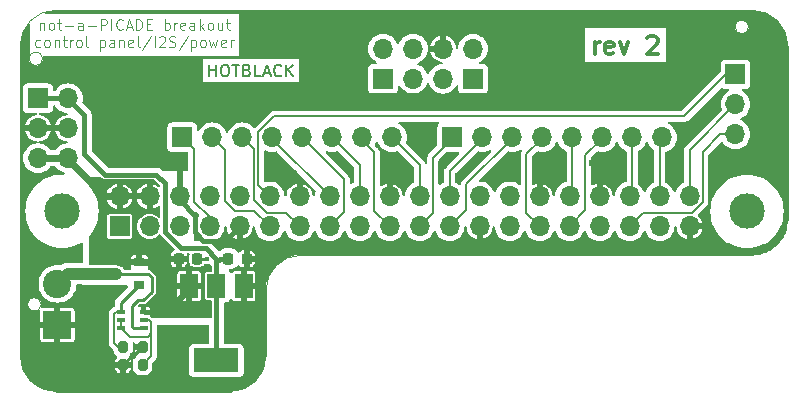
<source format=gbr>
G04 #@! TF.GenerationSoftware,KiCad,Pcbnew,8.0.7*
G04 #@! TF.CreationDate,2025-02-16T20:08:38+00:00*
G04 #@! TF.ProjectId,retropie-hat-2L,72657472-6f70-4696-952d-6861742d324c,rev?*
G04 #@! TF.SameCoordinates,Original*
G04 #@! TF.FileFunction,Copper,L1,Top*
G04 #@! TF.FilePolarity,Positive*
%FSLAX46Y46*%
G04 Gerber Fmt 4.6, Leading zero omitted, Abs format (unit mm)*
G04 Created by KiCad (PCBNEW 8.0.7) date 2025-02-16 20:08:38*
%MOMM*%
%LPD*%
G01*
G04 APERTURE LIST*
G04 Aperture macros list*
%AMRoundRect*
0 Rectangle with rounded corners*
0 $1 Rounding radius*
0 $2 $3 $4 $5 $6 $7 $8 $9 X,Y pos of 4 corners*
0 Add a 4 corners polygon primitive as box body*
4,1,4,$2,$3,$4,$5,$6,$7,$8,$9,$2,$3,0*
0 Add four circle primitives for the rounded corners*
1,1,$1+$1,$2,$3*
1,1,$1+$1,$4,$5*
1,1,$1+$1,$6,$7*
1,1,$1+$1,$8,$9*
0 Add four rect primitives between the rounded corners*
20,1,$1+$1,$2,$3,$4,$5,0*
20,1,$1+$1,$4,$5,$6,$7,0*
20,1,$1+$1,$6,$7,$8,$9,0*
20,1,$1+$1,$8,$9,$2,$3,0*%
G04 Aperture macros list end*
%ADD10C,0.300000*%
G04 #@! TA.AperFunction,NonConductor*
%ADD11C,0.300000*%
G04 #@! TD*
%ADD12C,0.200000*%
G04 #@! TA.AperFunction,NonConductor*
%ADD13C,0.200000*%
G04 #@! TD*
%ADD14C,0.120000*%
G04 #@! TA.AperFunction,NonConductor*
%ADD15C,0.120000*%
G04 #@! TD*
G04 #@! TA.AperFunction,WasherPad*
%ADD16C,3.000000*%
G04 #@! TD*
G04 #@! TA.AperFunction,SMDPad,CuDef*
%ADD17RoundRect,0.200000X0.200000X0.275000X-0.200000X0.275000X-0.200000X-0.275000X0.200000X-0.275000X0*%
G04 #@! TD*
G04 #@! TA.AperFunction,SMDPad,CuDef*
%ADD18RoundRect,0.200000X-0.200000X-0.275000X0.200000X-0.275000X0.200000X0.275000X-0.200000X0.275000X0*%
G04 #@! TD*
G04 #@! TA.AperFunction,SMDPad,CuDef*
%ADD19R,0.900000X0.800000*%
G04 #@! TD*
G04 #@! TA.AperFunction,SMDPad,CuDef*
%ADD20RoundRect,0.225000X-0.225000X-0.250000X0.225000X-0.250000X0.225000X0.250000X-0.225000X0.250000X0*%
G04 #@! TD*
G04 #@! TA.AperFunction,ComponentPad*
%ADD21R,1.700000X1.700000*%
G04 #@! TD*
G04 #@! TA.AperFunction,ComponentPad*
%ADD22O,1.700000X1.700000*%
G04 #@! TD*
G04 #@! TA.AperFunction,SMDPad,CuDef*
%ADD23R,0.650000X0.400000*%
G04 #@! TD*
G04 #@! TA.AperFunction,ComponentPad*
%ADD24R,2.400000X2.400000*%
G04 #@! TD*
G04 #@! TA.AperFunction,ComponentPad*
%ADD25C,2.400000*%
G04 #@! TD*
G04 #@! TA.AperFunction,SMDPad,CuDef*
%ADD26R,1.500000X2.000000*%
G04 #@! TD*
G04 #@! TA.AperFunction,SMDPad,CuDef*
%ADD27R,3.800000X2.000000*%
G04 #@! TD*
G04 #@! TA.AperFunction,ViaPad*
%ADD28C,0.600000*%
G04 #@! TD*
G04 #@! TA.AperFunction,ViaPad*
%ADD29C,0.800000*%
G04 #@! TD*
G04 #@! TA.AperFunction,ViaPad*
%ADD30C,0.400000*%
G04 #@! TD*
G04 #@! TA.AperFunction,Conductor*
%ADD31C,0.400000*%
G04 #@! TD*
G04 #@! TA.AperFunction,Conductor*
%ADD32C,0.500000*%
G04 #@! TD*
G04 #@! TA.AperFunction,Conductor*
%ADD33C,0.250000*%
G04 #@! TD*
G04 #@! TA.AperFunction,Conductor*
%ADD34C,0.600000*%
G04 #@! TD*
G04 #@! TA.AperFunction,Conductor*
%ADD35C,0.150000*%
G04 #@! TD*
G04 #@! TA.AperFunction,Conductor*
%ADD36C,1.000000*%
G04 #@! TD*
G04 #@! TA.AperFunction,Profile*
%ADD37C,0.100000*%
G04 #@! TD*
G04 #@! TA.AperFunction,Profile*
%ADD38C,0.150000*%
G04 #@! TD*
G04 APERTURE END LIST*
D10*
D11*
X127186857Y-50970328D02*
X127186857Y-49970328D01*
X127186857Y-50256042D02*
X127258286Y-50113185D01*
X127258286Y-50113185D02*
X127329715Y-50041757D01*
X127329715Y-50041757D02*
X127472572Y-49970328D01*
X127472572Y-49970328D02*
X127615429Y-49970328D01*
X128686857Y-50898900D02*
X128544000Y-50970328D01*
X128544000Y-50970328D02*
X128258286Y-50970328D01*
X128258286Y-50970328D02*
X128115428Y-50898900D01*
X128115428Y-50898900D02*
X128044000Y-50756042D01*
X128044000Y-50756042D02*
X128044000Y-50184614D01*
X128044000Y-50184614D02*
X128115428Y-50041757D01*
X128115428Y-50041757D02*
X128258286Y-49970328D01*
X128258286Y-49970328D02*
X128544000Y-49970328D01*
X128544000Y-49970328D02*
X128686857Y-50041757D01*
X128686857Y-50041757D02*
X128758286Y-50184614D01*
X128758286Y-50184614D02*
X128758286Y-50327471D01*
X128758286Y-50327471D02*
X128044000Y-50470328D01*
X129258285Y-49970328D02*
X129615428Y-50970328D01*
X129615428Y-50970328D02*
X129972571Y-49970328D01*
X131615428Y-49613185D02*
X131686856Y-49541757D01*
X131686856Y-49541757D02*
X131829714Y-49470328D01*
X131829714Y-49470328D02*
X132186856Y-49470328D01*
X132186856Y-49470328D02*
X132329714Y-49541757D01*
X132329714Y-49541757D02*
X132401142Y-49613185D01*
X132401142Y-49613185D02*
X132472571Y-49756042D01*
X132472571Y-49756042D02*
X132472571Y-49898900D01*
X132472571Y-49898900D02*
X132401142Y-50113185D01*
X132401142Y-50113185D02*
X131543999Y-50970328D01*
X131543999Y-50970328D02*
X132472571Y-50970328D01*
D12*
D13*
X94520190Y-52903219D02*
X94520190Y-51903219D01*
X94520190Y-52379409D02*
X95091618Y-52379409D01*
X95091618Y-52903219D02*
X95091618Y-51903219D01*
X95758285Y-51903219D02*
X95948761Y-51903219D01*
X95948761Y-51903219D02*
X96043999Y-51950838D01*
X96043999Y-51950838D02*
X96139237Y-52046076D01*
X96139237Y-52046076D02*
X96186856Y-52236552D01*
X96186856Y-52236552D02*
X96186856Y-52569885D01*
X96186856Y-52569885D02*
X96139237Y-52760361D01*
X96139237Y-52760361D02*
X96043999Y-52855600D01*
X96043999Y-52855600D02*
X95948761Y-52903219D01*
X95948761Y-52903219D02*
X95758285Y-52903219D01*
X95758285Y-52903219D02*
X95663047Y-52855600D01*
X95663047Y-52855600D02*
X95567809Y-52760361D01*
X95567809Y-52760361D02*
X95520190Y-52569885D01*
X95520190Y-52569885D02*
X95520190Y-52236552D01*
X95520190Y-52236552D02*
X95567809Y-52046076D01*
X95567809Y-52046076D02*
X95663047Y-51950838D01*
X95663047Y-51950838D02*
X95758285Y-51903219D01*
X96472571Y-51903219D02*
X97043999Y-51903219D01*
X96758285Y-52903219D02*
X96758285Y-51903219D01*
X97710666Y-52379409D02*
X97853523Y-52427028D01*
X97853523Y-52427028D02*
X97901142Y-52474647D01*
X97901142Y-52474647D02*
X97948761Y-52569885D01*
X97948761Y-52569885D02*
X97948761Y-52712742D01*
X97948761Y-52712742D02*
X97901142Y-52807980D01*
X97901142Y-52807980D02*
X97853523Y-52855600D01*
X97853523Y-52855600D02*
X97758285Y-52903219D01*
X97758285Y-52903219D02*
X97377333Y-52903219D01*
X97377333Y-52903219D02*
X97377333Y-51903219D01*
X97377333Y-51903219D02*
X97710666Y-51903219D01*
X97710666Y-51903219D02*
X97805904Y-51950838D01*
X97805904Y-51950838D02*
X97853523Y-51998457D01*
X97853523Y-51998457D02*
X97901142Y-52093695D01*
X97901142Y-52093695D02*
X97901142Y-52188933D01*
X97901142Y-52188933D02*
X97853523Y-52284171D01*
X97853523Y-52284171D02*
X97805904Y-52331790D01*
X97805904Y-52331790D02*
X97710666Y-52379409D01*
X97710666Y-52379409D02*
X97377333Y-52379409D01*
X98853523Y-52903219D02*
X98377333Y-52903219D01*
X98377333Y-52903219D02*
X98377333Y-51903219D01*
X99139238Y-52617504D02*
X99615428Y-52617504D01*
X99044000Y-52903219D02*
X99377333Y-51903219D01*
X99377333Y-51903219D02*
X99710666Y-52903219D01*
X100615428Y-52807980D02*
X100567809Y-52855600D01*
X100567809Y-52855600D02*
X100424952Y-52903219D01*
X100424952Y-52903219D02*
X100329714Y-52903219D01*
X100329714Y-52903219D02*
X100186857Y-52855600D01*
X100186857Y-52855600D02*
X100091619Y-52760361D01*
X100091619Y-52760361D02*
X100044000Y-52665123D01*
X100044000Y-52665123D02*
X99996381Y-52474647D01*
X99996381Y-52474647D02*
X99996381Y-52331790D01*
X99996381Y-52331790D02*
X100044000Y-52141314D01*
X100044000Y-52141314D02*
X100091619Y-52046076D01*
X100091619Y-52046076D02*
X100186857Y-51950838D01*
X100186857Y-51950838D02*
X100329714Y-51903219D01*
X100329714Y-51903219D02*
X100424952Y-51903219D01*
X100424952Y-51903219D02*
X100567809Y-51950838D01*
X100567809Y-51950838D02*
X100615428Y-51998457D01*
X101044000Y-52903219D02*
X101044000Y-51903219D01*
X101615428Y-52903219D02*
X101186857Y-52331790D01*
X101615428Y-51903219D02*
X101044000Y-52474647D01*
D14*
D15*
X80145141Y-48361642D02*
X80145141Y-48961642D01*
X80145141Y-48447356D02*
X80187998Y-48404499D01*
X80187998Y-48404499D02*
X80273713Y-48361642D01*
X80273713Y-48361642D02*
X80402284Y-48361642D01*
X80402284Y-48361642D02*
X80487998Y-48404499D01*
X80487998Y-48404499D02*
X80530856Y-48490213D01*
X80530856Y-48490213D02*
X80530856Y-48961642D01*
X81087999Y-48961642D02*
X81002284Y-48918785D01*
X81002284Y-48918785D02*
X80959427Y-48875927D01*
X80959427Y-48875927D02*
X80916570Y-48790213D01*
X80916570Y-48790213D02*
X80916570Y-48533070D01*
X80916570Y-48533070D02*
X80959427Y-48447356D01*
X80959427Y-48447356D02*
X81002284Y-48404499D01*
X81002284Y-48404499D02*
X81087999Y-48361642D01*
X81087999Y-48361642D02*
X81216570Y-48361642D01*
X81216570Y-48361642D02*
X81302284Y-48404499D01*
X81302284Y-48404499D02*
X81345142Y-48447356D01*
X81345142Y-48447356D02*
X81387999Y-48533070D01*
X81387999Y-48533070D02*
X81387999Y-48790213D01*
X81387999Y-48790213D02*
X81345142Y-48875927D01*
X81345142Y-48875927D02*
X81302284Y-48918785D01*
X81302284Y-48918785D02*
X81216570Y-48961642D01*
X81216570Y-48961642D02*
X81087999Y-48961642D01*
X81645142Y-48361642D02*
X81987999Y-48361642D01*
X81773713Y-48061642D02*
X81773713Y-48833070D01*
X81773713Y-48833070D02*
X81816570Y-48918785D01*
X81816570Y-48918785D02*
X81902285Y-48961642D01*
X81902285Y-48961642D02*
X81987999Y-48961642D01*
X82287999Y-48618785D02*
X82973714Y-48618785D01*
X83788000Y-48961642D02*
X83788000Y-48490213D01*
X83788000Y-48490213D02*
X83745142Y-48404499D01*
X83745142Y-48404499D02*
X83659428Y-48361642D01*
X83659428Y-48361642D02*
X83488000Y-48361642D01*
X83488000Y-48361642D02*
X83402285Y-48404499D01*
X83788000Y-48918785D02*
X83702285Y-48961642D01*
X83702285Y-48961642D02*
X83488000Y-48961642D01*
X83488000Y-48961642D02*
X83402285Y-48918785D01*
X83402285Y-48918785D02*
X83359428Y-48833070D01*
X83359428Y-48833070D02*
X83359428Y-48747356D01*
X83359428Y-48747356D02*
X83402285Y-48661642D01*
X83402285Y-48661642D02*
X83488000Y-48618785D01*
X83488000Y-48618785D02*
X83702285Y-48618785D01*
X83702285Y-48618785D02*
X83788000Y-48575927D01*
X84216571Y-48618785D02*
X84902286Y-48618785D01*
X85330857Y-48961642D02*
X85330857Y-48061642D01*
X85330857Y-48061642D02*
X85673714Y-48061642D01*
X85673714Y-48061642D02*
X85759429Y-48104499D01*
X85759429Y-48104499D02*
X85802286Y-48147356D01*
X85802286Y-48147356D02*
X85845143Y-48233070D01*
X85845143Y-48233070D02*
X85845143Y-48361642D01*
X85845143Y-48361642D02*
X85802286Y-48447356D01*
X85802286Y-48447356D02*
X85759429Y-48490213D01*
X85759429Y-48490213D02*
X85673714Y-48533070D01*
X85673714Y-48533070D02*
X85330857Y-48533070D01*
X86230857Y-48961642D02*
X86230857Y-48061642D01*
X87173714Y-48875927D02*
X87130857Y-48918785D01*
X87130857Y-48918785D02*
X87002285Y-48961642D01*
X87002285Y-48961642D02*
X86916571Y-48961642D01*
X86916571Y-48961642D02*
X86788000Y-48918785D01*
X86788000Y-48918785D02*
X86702285Y-48833070D01*
X86702285Y-48833070D02*
X86659428Y-48747356D01*
X86659428Y-48747356D02*
X86616571Y-48575927D01*
X86616571Y-48575927D02*
X86616571Y-48447356D01*
X86616571Y-48447356D02*
X86659428Y-48275927D01*
X86659428Y-48275927D02*
X86702285Y-48190213D01*
X86702285Y-48190213D02*
X86788000Y-48104499D01*
X86788000Y-48104499D02*
X86916571Y-48061642D01*
X86916571Y-48061642D02*
X87002285Y-48061642D01*
X87002285Y-48061642D02*
X87130857Y-48104499D01*
X87130857Y-48104499D02*
X87173714Y-48147356D01*
X87516571Y-48704499D02*
X87945143Y-48704499D01*
X87430857Y-48961642D02*
X87730857Y-48061642D01*
X87730857Y-48061642D02*
X88030857Y-48961642D01*
X88330857Y-48961642D02*
X88330857Y-48061642D01*
X88330857Y-48061642D02*
X88545143Y-48061642D01*
X88545143Y-48061642D02*
X88673714Y-48104499D01*
X88673714Y-48104499D02*
X88759429Y-48190213D01*
X88759429Y-48190213D02*
X88802286Y-48275927D01*
X88802286Y-48275927D02*
X88845143Y-48447356D01*
X88845143Y-48447356D02*
X88845143Y-48575927D01*
X88845143Y-48575927D02*
X88802286Y-48747356D01*
X88802286Y-48747356D02*
X88759429Y-48833070D01*
X88759429Y-48833070D02*
X88673714Y-48918785D01*
X88673714Y-48918785D02*
X88545143Y-48961642D01*
X88545143Y-48961642D02*
X88330857Y-48961642D01*
X89230857Y-48490213D02*
X89530857Y-48490213D01*
X89659429Y-48961642D02*
X89230857Y-48961642D01*
X89230857Y-48961642D02*
X89230857Y-48061642D01*
X89230857Y-48061642D02*
X89659429Y-48061642D01*
X90730857Y-48961642D02*
X90730857Y-48061642D01*
X90730857Y-48404499D02*
X90816572Y-48361642D01*
X90816572Y-48361642D02*
X90988000Y-48361642D01*
X90988000Y-48361642D02*
X91073714Y-48404499D01*
X91073714Y-48404499D02*
X91116572Y-48447356D01*
X91116572Y-48447356D02*
X91159429Y-48533070D01*
X91159429Y-48533070D02*
X91159429Y-48790213D01*
X91159429Y-48790213D02*
X91116572Y-48875927D01*
X91116572Y-48875927D02*
X91073714Y-48918785D01*
X91073714Y-48918785D02*
X90988000Y-48961642D01*
X90988000Y-48961642D02*
X90816572Y-48961642D01*
X90816572Y-48961642D02*
X90730857Y-48918785D01*
X91545143Y-48961642D02*
X91545143Y-48361642D01*
X91545143Y-48533070D02*
X91588000Y-48447356D01*
X91588000Y-48447356D02*
X91630858Y-48404499D01*
X91630858Y-48404499D02*
X91716572Y-48361642D01*
X91716572Y-48361642D02*
X91802286Y-48361642D01*
X92445143Y-48918785D02*
X92359429Y-48961642D01*
X92359429Y-48961642D02*
X92188001Y-48961642D01*
X92188001Y-48961642D02*
X92102286Y-48918785D01*
X92102286Y-48918785D02*
X92059429Y-48833070D01*
X92059429Y-48833070D02*
X92059429Y-48490213D01*
X92059429Y-48490213D02*
X92102286Y-48404499D01*
X92102286Y-48404499D02*
X92188001Y-48361642D01*
X92188001Y-48361642D02*
X92359429Y-48361642D01*
X92359429Y-48361642D02*
X92445143Y-48404499D01*
X92445143Y-48404499D02*
X92488001Y-48490213D01*
X92488001Y-48490213D02*
X92488001Y-48575927D01*
X92488001Y-48575927D02*
X92059429Y-48661642D01*
X93259430Y-48961642D02*
X93259430Y-48490213D01*
X93259430Y-48490213D02*
X93216572Y-48404499D01*
X93216572Y-48404499D02*
X93130858Y-48361642D01*
X93130858Y-48361642D02*
X92959430Y-48361642D01*
X92959430Y-48361642D02*
X92873715Y-48404499D01*
X93259430Y-48918785D02*
X93173715Y-48961642D01*
X93173715Y-48961642D02*
X92959430Y-48961642D01*
X92959430Y-48961642D02*
X92873715Y-48918785D01*
X92873715Y-48918785D02*
X92830858Y-48833070D01*
X92830858Y-48833070D02*
X92830858Y-48747356D01*
X92830858Y-48747356D02*
X92873715Y-48661642D01*
X92873715Y-48661642D02*
X92959430Y-48618785D01*
X92959430Y-48618785D02*
X93173715Y-48618785D01*
X93173715Y-48618785D02*
X93259430Y-48575927D01*
X93688001Y-48961642D02*
X93688001Y-48061642D01*
X93773716Y-48618785D02*
X94030858Y-48961642D01*
X94030858Y-48361642D02*
X93688001Y-48704499D01*
X94545144Y-48961642D02*
X94459429Y-48918785D01*
X94459429Y-48918785D02*
X94416572Y-48875927D01*
X94416572Y-48875927D02*
X94373715Y-48790213D01*
X94373715Y-48790213D02*
X94373715Y-48533070D01*
X94373715Y-48533070D02*
X94416572Y-48447356D01*
X94416572Y-48447356D02*
X94459429Y-48404499D01*
X94459429Y-48404499D02*
X94545144Y-48361642D01*
X94545144Y-48361642D02*
X94673715Y-48361642D01*
X94673715Y-48361642D02*
X94759429Y-48404499D01*
X94759429Y-48404499D02*
X94802287Y-48447356D01*
X94802287Y-48447356D02*
X94845144Y-48533070D01*
X94845144Y-48533070D02*
X94845144Y-48790213D01*
X94845144Y-48790213D02*
X94802287Y-48875927D01*
X94802287Y-48875927D02*
X94759429Y-48918785D01*
X94759429Y-48918785D02*
X94673715Y-48961642D01*
X94673715Y-48961642D02*
X94545144Y-48961642D01*
X95616573Y-48361642D02*
X95616573Y-48961642D01*
X95230858Y-48361642D02*
X95230858Y-48833070D01*
X95230858Y-48833070D02*
X95273715Y-48918785D01*
X95273715Y-48918785D02*
X95359430Y-48961642D01*
X95359430Y-48961642D02*
X95488001Y-48961642D01*
X95488001Y-48961642D02*
X95573715Y-48918785D01*
X95573715Y-48918785D02*
X95616573Y-48875927D01*
X95916573Y-48361642D02*
X96259430Y-48361642D01*
X96045144Y-48061642D02*
X96045144Y-48833070D01*
X96045144Y-48833070D02*
X96088001Y-48918785D01*
X96088001Y-48918785D02*
X96173716Y-48961642D01*
X96173716Y-48961642D02*
X96259430Y-48961642D01*
X80209427Y-50367735D02*
X80123712Y-50410592D01*
X80123712Y-50410592D02*
X79952284Y-50410592D01*
X79952284Y-50410592D02*
X79866569Y-50367735D01*
X79866569Y-50367735D02*
X79823712Y-50324877D01*
X79823712Y-50324877D02*
X79780855Y-50239163D01*
X79780855Y-50239163D02*
X79780855Y-49982020D01*
X79780855Y-49982020D02*
X79823712Y-49896306D01*
X79823712Y-49896306D02*
X79866569Y-49853449D01*
X79866569Y-49853449D02*
X79952284Y-49810592D01*
X79952284Y-49810592D02*
X80123712Y-49810592D01*
X80123712Y-49810592D02*
X80209427Y-49853449D01*
X80723713Y-50410592D02*
X80637998Y-50367735D01*
X80637998Y-50367735D02*
X80595141Y-50324877D01*
X80595141Y-50324877D02*
X80552284Y-50239163D01*
X80552284Y-50239163D02*
X80552284Y-49982020D01*
X80552284Y-49982020D02*
X80595141Y-49896306D01*
X80595141Y-49896306D02*
X80637998Y-49853449D01*
X80637998Y-49853449D02*
X80723713Y-49810592D01*
X80723713Y-49810592D02*
X80852284Y-49810592D01*
X80852284Y-49810592D02*
X80937998Y-49853449D01*
X80937998Y-49853449D02*
X80980856Y-49896306D01*
X80980856Y-49896306D02*
X81023713Y-49982020D01*
X81023713Y-49982020D02*
X81023713Y-50239163D01*
X81023713Y-50239163D02*
X80980856Y-50324877D01*
X80980856Y-50324877D02*
X80937998Y-50367735D01*
X80937998Y-50367735D02*
X80852284Y-50410592D01*
X80852284Y-50410592D02*
X80723713Y-50410592D01*
X81409427Y-49810592D02*
X81409427Y-50410592D01*
X81409427Y-49896306D02*
X81452284Y-49853449D01*
X81452284Y-49853449D02*
X81537999Y-49810592D01*
X81537999Y-49810592D02*
X81666570Y-49810592D01*
X81666570Y-49810592D02*
X81752284Y-49853449D01*
X81752284Y-49853449D02*
X81795142Y-49939163D01*
X81795142Y-49939163D02*
X81795142Y-50410592D01*
X82095142Y-49810592D02*
X82437999Y-49810592D01*
X82223713Y-49510592D02*
X82223713Y-50282020D01*
X82223713Y-50282020D02*
X82266570Y-50367735D01*
X82266570Y-50367735D02*
X82352285Y-50410592D01*
X82352285Y-50410592D02*
X82437999Y-50410592D01*
X82737999Y-50410592D02*
X82737999Y-49810592D01*
X82737999Y-49982020D02*
X82780856Y-49896306D01*
X82780856Y-49896306D02*
X82823714Y-49853449D01*
X82823714Y-49853449D02*
X82909428Y-49810592D01*
X82909428Y-49810592D02*
X82995142Y-49810592D01*
X83423714Y-50410592D02*
X83337999Y-50367735D01*
X83337999Y-50367735D02*
X83295142Y-50324877D01*
X83295142Y-50324877D02*
X83252285Y-50239163D01*
X83252285Y-50239163D02*
X83252285Y-49982020D01*
X83252285Y-49982020D02*
X83295142Y-49896306D01*
X83295142Y-49896306D02*
X83337999Y-49853449D01*
X83337999Y-49853449D02*
X83423714Y-49810592D01*
X83423714Y-49810592D02*
X83552285Y-49810592D01*
X83552285Y-49810592D02*
X83637999Y-49853449D01*
X83637999Y-49853449D02*
X83680857Y-49896306D01*
X83680857Y-49896306D02*
X83723714Y-49982020D01*
X83723714Y-49982020D02*
X83723714Y-50239163D01*
X83723714Y-50239163D02*
X83680857Y-50324877D01*
X83680857Y-50324877D02*
X83637999Y-50367735D01*
X83637999Y-50367735D02*
X83552285Y-50410592D01*
X83552285Y-50410592D02*
X83423714Y-50410592D01*
X84238000Y-50410592D02*
X84152285Y-50367735D01*
X84152285Y-50367735D02*
X84109428Y-50282020D01*
X84109428Y-50282020D02*
X84109428Y-49510592D01*
X85266571Y-49810592D02*
X85266571Y-50710592D01*
X85266571Y-49853449D02*
X85352286Y-49810592D01*
X85352286Y-49810592D02*
X85523714Y-49810592D01*
X85523714Y-49810592D02*
X85609428Y-49853449D01*
X85609428Y-49853449D02*
X85652286Y-49896306D01*
X85652286Y-49896306D02*
X85695143Y-49982020D01*
X85695143Y-49982020D02*
X85695143Y-50239163D01*
X85695143Y-50239163D02*
X85652286Y-50324877D01*
X85652286Y-50324877D02*
X85609428Y-50367735D01*
X85609428Y-50367735D02*
X85523714Y-50410592D01*
X85523714Y-50410592D02*
X85352286Y-50410592D01*
X85352286Y-50410592D02*
X85266571Y-50367735D01*
X86466572Y-50410592D02*
X86466572Y-49939163D01*
X86466572Y-49939163D02*
X86423714Y-49853449D01*
X86423714Y-49853449D02*
X86338000Y-49810592D01*
X86338000Y-49810592D02*
X86166572Y-49810592D01*
X86166572Y-49810592D02*
X86080857Y-49853449D01*
X86466572Y-50367735D02*
X86380857Y-50410592D01*
X86380857Y-50410592D02*
X86166572Y-50410592D01*
X86166572Y-50410592D02*
X86080857Y-50367735D01*
X86080857Y-50367735D02*
X86038000Y-50282020D01*
X86038000Y-50282020D02*
X86038000Y-50196306D01*
X86038000Y-50196306D02*
X86080857Y-50110592D01*
X86080857Y-50110592D02*
X86166572Y-50067735D01*
X86166572Y-50067735D02*
X86380857Y-50067735D01*
X86380857Y-50067735D02*
X86466572Y-50024877D01*
X86895143Y-49810592D02*
X86895143Y-50410592D01*
X86895143Y-49896306D02*
X86938000Y-49853449D01*
X86938000Y-49853449D02*
X87023715Y-49810592D01*
X87023715Y-49810592D02*
X87152286Y-49810592D01*
X87152286Y-49810592D02*
X87238000Y-49853449D01*
X87238000Y-49853449D02*
X87280858Y-49939163D01*
X87280858Y-49939163D02*
X87280858Y-50410592D01*
X88052286Y-50367735D02*
X87966572Y-50410592D01*
X87966572Y-50410592D02*
X87795144Y-50410592D01*
X87795144Y-50410592D02*
X87709429Y-50367735D01*
X87709429Y-50367735D02*
X87666572Y-50282020D01*
X87666572Y-50282020D02*
X87666572Y-49939163D01*
X87666572Y-49939163D02*
X87709429Y-49853449D01*
X87709429Y-49853449D02*
X87795144Y-49810592D01*
X87795144Y-49810592D02*
X87966572Y-49810592D01*
X87966572Y-49810592D02*
X88052286Y-49853449D01*
X88052286Y-49853449D02*
X88095144Y-49939163D01*
X88095144Y-49939163D02*
X88095144Y-50024877D01*
X88095144Y-50024877D02*
X87666572Y-50110592D01*
X88609430Y-50410592D02*
X88523715Y-50367735D01*
X88523715Y-50367735D02*
X88480858Y-50282020D01*
X88480858Y-50282020D02*
X88480858Y-49510592D01*
X89595144Y-49467735D02*
X88823716Y-50624877D01*
X89895144Y-50410592D02*
X89895144Y-49510592D01*
X90280858Y-49596306D02*
X90323715Y-49553449D01*
X90323715Y-49553449D02*
X90409430Y-49510592D01*
X90409430Y-49510592D02*
X90623715Y-49510592D01*
X90623715Y-49510592D02*
X90709430Y-49553449D01*
X90709430Y-49553449D02*
X90752287Y-49596306D01*
X90752287Y-49596306D02*
X90795144Y-49682020D01*
X90795144Y-49682020D02*
X90795144Y-49767735D01*
X90795144Y-49767735D02*
X90752287Y-49896306D01*
X90752287Y-49896306D02*
X90238001Y-50410592D01*
X90238001Y-50410592D02*
X90795144Y-50410592D01*
X91138001Y-50367735D02*
X91266573Y-50410592D01*
X91266573Y-50410592D02*
X91480858Y-50410592D01*
X91480858Y-50410592D02*
X91566573Y-50367735D01*
X91566573Y-50367735D02*
X91609430Y-50324877D01*
X91609430Y-50324877D02*
X91652287Y-50239163D01*
X91652287Y-50239163D02*
X91652287Y-50153449D01*
X91652287Y-50153449D02*
X91609430Y-50067735D01*
X91609430Y-50067735D02*
X91566573Y-50024877D01*
X91566573Y-50024877D02*
X91480858Y-49982020D01*
X91480858Y-49982020D02*
X91309430Y-49939163D01*
X91309430Y-49939163D02*
X91223715Y-49896306D01*
X91223715Y-49896306D02*
X91180858Y-49853449D01*
X91180858Y-49853449D02*
X91138001Y-49767735D01*
X91138001Y-49767735D02*
X91138001Y-49682020D01*
X91138001Y-49682020D02*
X91180858Y-49596306D01*
X91180858Y-49596306D02*
X91223715Y-49553449D01*
X91223715Y-49553449D02*
X91309430Y-49510592D01*
X91309430Y-49510592D02*
X91523715Y-49510592D01*
X91523715Y-49510592D02*
X91652287Y-49553449D01*
X92680858Y-49467735D02*
X91909430Y-50624877D01*
X92980858Y-49810592D02*
X92980858Y-50710592D01*
X92980858Y-49853449D02*
X93066573Y-49810592D01*
X93066573Y-49810592D02*
X93238001Y-49810592D01*
X93238001Y-49810592D02*
X93323715Y-49853449D01*
X93323715Y-49853449D02*
X93366573Y-49896306D01*
X93366573Y-49896306D02*
X93409430Y-49982020D01*
X93409430Y-49982020D02*
X93409430Y-50239163D01*
X93409430Y-50239163D02*
X93366573Y-50324877D01*
X93366573Y-50324877D02*
X93323715Y-50367735D01*
X93323715Y-50367735D02*
X93238001Y-50410592D01*
X93238001Y-50410592D02*
X93066573Y-50410592D01*
X93066573Y-50410592D02*
X92980858Y-50367735D01*
X93923716Y-50410592D02*
X93838001Y-50367735D01*
X93838001Y-50367735D02*
X93795144Y-50324877D01*
X93795144Y-50324877D02*
X93752287Y-50239163D01*
X93752287Y-50239163D02*
X93752287Y-49982020D01*
X93752287Y-49982020D02*
X93795144Y-49896306D01*
X93795144Y-49896306D02*
X93838001Y-49853449D01*
X93838001Y-49853449D02*
X93923716Y-49810592D01*
X93923716Y-49810592D02*
X94052287Y-49810592D01*
X94052287Y-49810592D02*
X94138001Y-49853449D01*
X94138001Y-49853449D02*
X94180859Y-49896306D01*
X94180859Y-49896306D02*
X94223716Y-49982020D01*
X94223716Y-49982020D02*
X94223716Y-50239163D01*
X94223716Y-50239163D02*
X94180859Y-50324877D01*
X94180859Y-50324877D02*
X94138001Y-50367735D01*
X94138001Y-50367735D02*
X94052287Y-50410592D01*
X94052287Y-50410592D02*
X93923716Y-50410592D01*
X94523716Y-49810592D02*
X94695145Y-50410592D01*
X94695145Y-50410592D02*
X94866573Y-49982020D01*
X94866573Y-49982020D02*
X95038002Y-50410592D01*
X95038002Y-50410592D02*
X95209430Y-49810592D01*
X95895144Y-50367735D02*
X95809430Y-50410592D01*
X95809430Y-50410592D02*
X95638002Y-50410592D01*
X95638002Y-50410592D02*
X95552287Y-50367735D01*
X95552287Y-50367735D02*
X95509430Y-50282020D01*
X95509430Y-50282020D02*
X95509430Y-49939163D01*
X95509430Y-49939163D02*
X95552287Y-49853449D01*
X95552287Y-49853449D02*
X95638002Y-49810592D01*
X95638002Y-49810592D02*
X95809430Y-49810592D01*
X95809430Y-49810592D02*
X95895144Y-49853449D01*
X95895144Y-49853449D02*
X95938002Y-49939163D01*
X95938002Y-49939163D02*
X95938002Y-50024877D01*
X95938002Y-50024877D02*
X95509430Y-50110592D01*
X96323716Y-50410592D02*
X96323716Y-49810592D01*
X96323716Y-49982020D02*
X96366573Y-49896306D01*
X96366573Y-49896306D02*
X96409431Y-49853449D01*
X96409431Y-49853449D02*
X96495145Y-49810592D01*
X96495145Y-49810592D02*
X96580859Y-49810592D01*
D16*
X82040000Y-64310000D03*
X140040000Y-64330000D03*
D17*
X88863511Y-77300000D03*
X87213511Y-77300000D03*
D18*
X87213511Y-75800000D03*
X88863511Y-75800000D03*
D19*
X88600000Y-70550000D03*
X88600000Y-68650000D03*
X86600000Y-69600000D03*
D20*
X91935000Y-68326000D03*
X93485000Y-68326000D03*
D21*
X109220000Y-53086000D03*
D22*
X109220000Y-50546000D03*
X111760000Y-53086000D03*
X111760000Y-50546000D03*
D21*
X139065000Y-52720000D03*
D22*
X139065000Y-55260000D03*
X139065000Y-57800000D03*
D21*
X80010000Y-54737000D03*
D22*
X82550000Y-54737000D03*
X80010000Y-57277000D03*
X82550000Y-57277000D03*
X80010000Y-59817000D03*
X82550000Y-59817000D03*
D21*
X115075000Y-58050000D03*
D22*
X117615000Y-58050000D03*
X120155000Y-58050000D03*
X122695000Y-58050000D03*
X125235000Y-58050000D03*
X127775000Y-58050000D03*
X130315000Y-58050000D03*
X132855000Y-58050000D03*
D23*
X88961000Y-74183000D03*
X88961000Y-73533000D03*
X88961000Y-72883000D03*
X87061000Y-72883000D03*
X87061000Y-73533000D03*
X87061000Y-74183000D03*
D24*
X81661000Y-73950000D03*
D25*
X81661000Y-70450000D03*
D26*
X97423000Y-70637000D03*
X95123000Y-70637000D03*
D27*
X95123000Y-76937000D03*
D26*
X92823000Y-70637000D03*
D21*
X116845000Y-53091000D03*
D22*
X114305000Y-53091000D03*
X116845000Y-50551000D03*
X114305000Y-50551000D03*
D21*
X92217000Y-58039000D03*
D22*
X94757000Y-58039000D03*
X97297000Y-58039000D03*
X99837000Y-58039000D03*
X102377000Y-58039000D03*
X104917000Y-58039000D03*
X107457000Y-58039000D03*
X109997000Y-58039000D03*
D20*
X96126000Y-68326000D03*
X97676000Y-68326000D03*
D21*
X86920000Y-65590000D03*
D22*
X86920000Y-63050000D03*
X89460000Y-65590000D03*
X89460000Y-63050000D03*
X92000000Y-65590000D03*
X92000000Y-63050000D03*
X94540000Y-65590000D03*
X94540000Y-63050000D03*
X97080000Y-65590000D03*
X97080000Y-63050000D03*
X99620000Y-65590000D03*
X99620000Y-63050000D03*
X102160000Y-65590000D03*
X102160000Y-63050000D03*
X104700000Y-65590000D03*
X104700000Y-63050000D03*
X107240000Y-65590000D03*
X107240000Y-63050000D03*
X109780000Y-65590000D03*
X109780000Y-63050000D03*
X112320000Y-65590000D03*
X112320000Y-63050000D03*
X114860000Y-65590000D03*
X114860000Y-63050000D03*
X117400000Y-65590000D03*
X117400000Y-63050000D03*
X119940000Y-65590000D03*
X119940000Y-63050000D03*
X122480000Y-65590000D03*
X122480000Y-63050000D03*
X125020000Y-65590000D03*
X125020000Y-63050000D03*
X127560000Y-65590000D03*
X127560000Y-63050000D03*
X130100000Y-65590000D03*
X130100000Y-63050000D03*
X132640000Y-65590000D03*
X132640000Y-63050000D03*
X135180000Y-65590000D03*
X135180000Y-63050000D03*
D28*
X103631148Y-53185053D03*
X119349572Y-54221800D03*
X112776000Y-57277000D03*
D29*
X91567000Y-60325000D03*
D28*
X107315000Y-55499000D03*
X101727000Y-61087000D03*
X135509000Y-57277000D03*
X119634000Y-60706000D03*
X99918925Y-60308509D03*
X98425000Y-66929000D03*
X117094000Y-60071000D03*
X88038511Y-76600000D03*
D30*
X94318089Y-68368911D03*
D28*
X126939500Y-60198000D03*
X114427000Y-60452000D03*
X105905303Y-53586374D03*
X131539525Y-60445634D03*
X106134375Y-60489625D03*
X91122000Y-70676000D03*
X91122000Y-69786000D03*
D31*
X93290489Y-66107565D02*
X94022435Y-66839511D01*
D32*
X92000000Y-60631000D02*
X91694000Y-60325000D01*
D31*
X95830489Y-66839511D02*
X97080000Y-65590000D01*
X92000000Y-63400000D02*
X93290489Y-64690489D01*
D33*
X92000000Y-63050000D02*
X92000000Y-63400000D01*
X88863511Y-75800000D02*
X88838511Y-75800000D01*
X94275178Y-68326000D02*
X94318089Y-68368911D01*
D31*
X93290489Y-64690489D02*
X93290489Y-66107565D01*
D33*
X88038511Y-76600000D02*
X87913511Y-76600000D01*
X88838511Y-75800000D02*
X88038511Y-76600000D01*
D31*
X94022435Y-66839511D02*
X95830489Y-66839511D01*
D32*
X92000000Y-63050000D02*
X92000000Y-60631000D01*
D33*
X87913511Y-76600000D02*
X87213511Y-77300000D01*
D32*
X91694000Y-60325000D02*
X91567000Y-60325000D01*
D33*
X93485000Y-68326000D02*
X94275178Y-68326000D01*
D34*
X82550000Y-59817000D02*
X80010000Y-59817000D01*
D31*
X82691000Y-59817000D02*
X82550000Y-59817000D01*
D34*
X86920000Y-63050000D02*
X85656000Y-63050000D01*
X91122000Y-70676000D02*
X91122000Y-72517000D01*
X82550000Y-59944000D02*
X82550000Y-59817000D01*
X91186000Y-72517000D02*
X92450500Y-71252500D01*
X85656000Y-63050000D02*
X82550000Y-59944000D01*
X92450500Y-71252500D02*
X92969500Y-71252500D01*
X91122000Y-72517000D02*
X91186000Y-72517000D01*
X91122000Y-72644000D02*
X90932511Y-72833489D01*
D31*
X91122000Y-69786000D02*
X89986000Y-68650000D01*
D33*
X90932511Y-72833489D02*
X89010511Y-72833489D01*
D31*
X91122000Y-70676000D02*
X91122000Y-69786000D01*
D34*
X88700000Y-68650000D02*
X88700000Y-68600000D01*
X89986000Y-68650000D02*
X88600000Y-68650000D01*
D31*
X90043000Y-61214000D02*
X85725000Y-61214000D01*
X95123000Y-68652000D02*
X95449000Y-68326000D01*
X95123000Y-69177000D02*
X95123000Y-76937000D01*
X83947000Y-59436000D02*
X83947000Y-56134000D01*
X90750489Y-61921489D02*
X90043000Y-61214000D01*
X95449000Y-68326000D02*
X96126000Y-68326000D01*
X94236022Y-67439022D02*
X92081946Y-67439022D01*
X95123000Y-68326000D02*
X94236022Y-67439022D01*
X92081946Y-67439022D02*
X90750489Y-66107565D01*
D35*
X96126000Y-68326000D02*
X95123000Y-68326000D01*
D31*
X95123000Y-68326000D02*
X95123000Y-69177000D01*
X85725000Y-61214000D02*
X83947000Y-59436000D01*
D35*
X95022000Y-68326000D02*
X95631000Y-68326000D01*
D31*
X90750489Y-66107565D02*
X90750489Y-61921489D01*
X83947000Y-56134000D02*
X82418000Y-54605000D01*
X95123000Y-69177000D02*
X95123000Y-68652000D01*
X80010000Y-54737000D02*
X82550000Y-54737000D01*
D35*
X92217000Y-58039000D02*
X93218000Y-59040000D01*
X94540000Y-64822000D02*
X94540000Y-65590000D01*
X93218000Y-59040000D02*
X93218000Y-63500000D01*
X93218000Y-63500000D02*
X94540000Y-64822000D01*
X86586000Y-72883000D02*
X86461489Y-73007511D01*
X87061000Y-72883000D02*
X86586000Y-72883000D01*
D33*
X88600000Y-70550000D02*
X87061000Y-72089000D01*
D35*
X86800000Y-75800000D02*
X87213511Y-75800000D01*
D33*
X88600760Y-70550000D02*
X88600000Y-70550000D01*
D35*
X86461489Y-73007511D02*
X86461489Y-75461489D01*
X86461489Y-75461489D02*
X86800000Y-75800000D01*
D33*
X87061000Y-72089000D02*
X87061000Y-72883000D01*
D35*
X99620000Y-65590000D02*
X98292000Y-64262000D01*
X95885000Y-59167000D02*
X94757000Y-58039000D01*
X96701700Y-64262000D02*
X95885000Y-63445300D01*
X95885000Y-63445300D02*
X95885000Y-59167000D01*
X98292000Y-64262000D02*
X96701700Y-64262000D01*
X99620000Y-63050000D02*
X98679000Y-62109000D01*
X134747000Y-56261000D02*
X138288000Y-52720000D01*
X98679000Y-62109000D02*
X98679000Y-57606700D01*
X100024700Y-56261000D02*
X134747000Y-56261000D01*
X138288000Y-52720000D02*
X139065000Y-52720000D01*
X98679000Y-57606700D02*
X100024700Y-56261000D01*
X102160000Y-65590000D02*
X101035489Y-64465489D01*
X98298000Y-63373000D02*
X98298000Y-59040000D01*
X99390489Y-64465489D02*
X98298000Y-63373000D01*
X98298000Y-59040000D02*
X97297000Y-58039000D01*
X101035489Y-64465489D02*
X99390489Y-64465489D01*
X105918000Y-64372000D02*
X105918000Y-61580000D01*
X105918000Y-61580000D02*
X102377000Y-58039000D01*
X104700000Y-65590000D02*
X105918000Y-64372000D01*
X99837000Y-58187000D02*
X99837000Y-58039000D01*
X104700000Y-63050000D02*
X99837000Y-58187000D01*
X107240000Y-60362000D02*
X104917000Y-58039000D01*
X107240000Y-63050000D02*
X107240000Y-60362000D01*
X108458000Y-64268000D02*
X109780000Y-65590000D01*
X107457000Y-58039000D02*
X107457000Y-58308000D01*
X107457000Y-58308000D02*
X108458000Y-59309000D01*
X108458000Y-59309000D02*
X108458000Y-64268000D01*
X113444511Y-59798489D02*
X115077000Y-58166000D01*
X113444511Y-64465489D02*
X113444511Y-59798489D01*
X112320000Y-65590000D02*
X113444511Y-64465489D01*
X112320000Y-60362000D02*
X109997000Y-58039000D01*
X112320000Y-63050000D02*
X112320000Y-60362000D01*
X116275489Y-64174511D02*
X116275489Y-62047511D01*
X116275489Y-64174511D02*
X114860000Y-65590000D01*
X116275489Y-62047511D02*
X120157000Y-58166000D01*
X114860000Y-60923000D02*
X114860000Y-63050000D01*
X117617000Y-58166000D02*
X114860000Y-60923000D01*
X121355489Y-59507511D02*
X122697000Y-58166000D01*
X121355489Y-64465489D02*
X121355489Y-59507511D01*
X122480000Y-65590000D02*
X121355489Y-64465489D01*
X126365000Y-64245000D02*
X125020000Y-65590000D01*
X127777000Y-58166000D02*
X126365000Y-59578000D01*
X126365000Y-59578000D02*
X126365000Y-64245000D01*
X125237000Y-62833000D02*
X125237000Y-58166000D01*
X139065000Y-57800000D02*
X137780000Y-57800000D01*
X135354811Y-64465489D02*
X131224511Y-64465489D01*
X136304511Y-63515789D02*
X135354811Y-64465489D01*
X137780000Y-57800000D02*
X136304511Y-59275489D01*
X131224511Y-64465489D02*
X130100000Y-65590000D01*
X136304511Y-59275489D02*
X136304511Y-63515789D01*
X130317000Y-62833000D02*
X130317000Y-58166000D01*
X130100000Y-63050000D02*
X130317000Y-62833000D01*
X132640000Y-63050000D02*
X132640000Y-58383000D01*
X132640000Y-58383000D02*
X132857000Y-58166000D01*
X139065000Y-55260000D02*
X135180000Y-59145000D01*
X135180000Y-59145000D02*
X135180000Y-63050000D01*
D33*
X86614000Y-69596000D02*
X89346000Y-69596000D01*
D36*
X81661000Y-70450000D02*
X82511000Y-69600000D01*
D33*
X89346000Y-69596000D02*
X89662000Y-69912000D01*
D36*
X82511000Y-69600000D02*
X86600000Y-69600000D01*
D33*
X88475489Y-71844489D02*
X88011000Y-72308978D01*
X88011000Y-72308978D02*
X88011000Y-74107022D01*
X88011000Y-74107022D02*
X88136489Y-74232511D01*
X89662000Y-71120000D02*
X88937511Y-71844489D01*
X88937511Y-71844489D02*
X88475489Y-71844489D01*
X88136489Y-74232511D02*
X88911489Y-74232511D01*
X89662000Y-69912000D02*
X89662000Y-71120000D01*
D35*
X89601511Y-73698511D02*
X89601511Y-74616511D01*
X89601511Y-74616511D02*
X89600000Y-74618022D01*
X88961000Y-73533000D02*
X89436000Y-73533000D01*
X89436000Y-73533000D02*
X89601511Y-73698511D01*
X89288022Y-74930000D02*
X87808000Y-74930000D01*
X89601511Y-74616511D02*
X89288022Y-74930000D01*
X87061000Y-74183000D02*
X87061000Y-73533000D01*
X87808000Y-74930000D02*
X87061000Y-74183000D01*
X89600000Y-76563511D02*
X88863511Y-77300000D01*
X89600000Y-74618022D02*
X89600000Y-76563511D01*
G04 #@! TA.AperFunction,Conductor*
G36*
X93396618Y-66101281D02*
G01*
X93406288Y-66117683D01*
X93452898Y-66217639D01*
X93578402Y-66396877D01*
X93733123Y-66551598D01*
X93733126Y-66551600D01*
X93733127Y-66551601D01*
X93885689Y-66658426D01*
X93922511Y-66707291D01*
X93923579Y-66768467D01*
X93888485Y-66818587D01*
X93830633Y-66838507D01*
X93828905Y-66838522D01*
X93316958Y-66838522D01*
X93258767Y-66819615D01*
X93222803Y-66770115D01*
X93217958Y-66739589D01*
X93217778Y-66474190D01*
X93217565Y-66159591D01*
X93236433Y-66101390D01*
X93285909Y-66065392D01*
X93347094Y-66065351D01*
X93396618Y-66101281D01*
G37*
G04 #@! TD.AperFunction*
G04 #@! TA.AperFunction,Conductor*
G36*
X93385385Y-64339844D02*
G01*
X93633529Y-64587988D01*
X93661306Y-64642505D01*
X93651735Y-64702937D01*
X93633529Y-64727995D01*
X93578402Y-64783122D01*
X93578399Y-64783126D01*
X93452896Y-64962364D01*
X93452894Y-64962368D01*
X93405519Y-65063963D01*
X93363790Y-65108711D01*
X93303729Y-65120385D01*
X93248277Y-65094526D01*
X93218614Y-65041012D01*
X93216796Y-65022202D01*
X93216382Y-64409911D01*
X93235249Y-64351711D01*
X93284725Y-64315714D01*
X93345910Y-64315673D01*
X93385385Y-64339844D01*
G37*
G04 #@! TD.AperFunction*
G04 #@! TA.AperFunction,Conductor*
G36*
X99295330Y-59166190D02*
G01*
X99407670Y-59218575D01*
X99619023Y-59275207D01*
X99619027Y-59275207D01*
X99619030Y-59275208D01*
X99836997Y-59294277D01*
X99837000Y-59294277D01*
X99837003Y-59294277D01*
X100054973Y-59275208D01*
X100056451Y-59274812D01*
X100155743Y-59248206D01*
X100216843Y-59251407D01*
X100251370Y-59273828D01*
X103496585Y-62519043D01*
X103524362Y-62573560D01*
X103520263Y-62616151D01*
X103521544Y-62616495D01*
X103520425Y-62620668D01*
X103520425Y-62620670D01*
X103505106Y-62677840D01*
X103463791Y-62832030D01*
X103453093Y-62954315D01*
X103429186Y-63010636D01*
X103376740Y-63042149D01*
X103315787Y-63036816D01*
X103269610Y-62996675D01*
X103255892Y-62954820D01*
X103245902Y-62847010D01*
X103190112Y-62650929D01*
X103099249Y-62468451D01*
X103099244Y-62468442D01*
X102976391Y-62305759D01*
X102825733Y-62168417D01*
X102652418Y-62061104D01*
X102652413Y-62061101D01*
X102462319Y-61987459D01*
X102462313Y-61987457D01*
X102414000Y-61978426D01*
X102414000Y-62619297D01*
X102352993Y-62584075D01*
X102225826Y-62550000D01*
X102094174Y-62550000D01*
X101967007Y-62584075D01*
X101906000Y-62619297D01*
X101906000Y-61978426D01*
X101905999Y-61978426D01*
X101857686Y-61987457D01*
X101857680Y-61987459D01*
X101667586Y-62061101D01*
X101667581Y-62061104D01*
X101494266Y-62168417D01*
X101343608Y-62305759D01*
X101220755Y-62468442D01*
X101220750Y-62468451D01*
X101129887Y-62650929D01*
X101074097Y-62847010D01*
X101064107Y-62954821D01*
X101039911Y-63011019D01*
X100987303Y-63042262D01*
X100926379Y-63036616D01*
X100880409Y-62996238D01*
X100866906Y-62954314D01*
X100856208Y-62832030D01*
X100856207Y-62832027D01*
X100856207Y-62832023D01*
X100799575Y-62620670D01*
X100707102Y-62422362D01*
X100581598Y-62243123D01*
X100426877Y-62088402D01*
X100426873Y-62088399D01*
X100426872Y-62088398D01*
X100306160Y-62003875D01*
X100247639Y-61962898D01*
X100247630Y-61962894D01*
X100214650Y-61947515D01*
X100049330Y-61870425D01*
X99837977Y-61813793D01*
X99837976Y-61813792D01*
X99837969Y-61813791D01*
X99620003Y-61794723D01*
X99619997Y-61794723D01*
X99402030Y-61813791D01*
X99279123Y-61846724D01*
X99218021Y-61843521D01*
X99170471Y-61805016D01*
X99154500Y-61751097D01*
X99154500Y-59255918D01*
X99173407Y-59197727D01*
X99222907Y-59161763D01*
X99284093Y-59161763D01*
X99295330Y-59166190D01*
G37*
G04 #@! TD.AperFunction*
G04 #@! TA.AperFunction,Conductor*
G36*
X108794518Y-58436262D02*
G01*
X108816725Y-58466827D01*
X108817423Y-58468325D01*
X108817425Y-58468330D01*
X108909898Y-58666639D01*
X108960605Y-58739056D01*
X109004382Y-58801577D01*
X109035402Y-58845877D01*
X109190123Y-59000598D01*
X109190126Y-59000600D01*
X109190127Y-59000601D01*
X109213599Y-59017036D01*
X109369361Y-59126102D01*
X109567670Y-59218575D01*
X109779023Y-59275207D01*
X109779027Y-59275207D01*
X109779030Y-59275208D01*
X109996997Y-59294277D01*
X109997000Y-59294277D01*
X109997003Y-59294277D01*
X110214969Y-59275208D01*
X110214970Y-59275207D01*
X110214977Y-59275207D01*
X110426330Y-59218575D01*
X110426330Y-59218574D01*
X110430506Y-59217456D01*
X110430961Y-59219154D01*
X110485218Y-59217248D01*
X110527956Y-59242415D01*
X111815504Y-60529963D01*
X111843281Y-60584480D01*
X111844500Y-60599967D01*
X111844500Y-61828884D01*
X111825593Y-61887075D01*
X111787340Y-61918608D01*
X111692367Y-61962894D01*
X111692364Y-61962896D01*
X111513127Y-62088398D01*
X111358398Y-62243127D01*
X111232896Y-62422364D01*
X111232892Y-62422372D01*
X111140426Y-62620666D01*
X111083791Y-62832030D01*
X111073093Y-62954315D01*
X111049186Y-63010636D01*
X110996740Y-63042149D01*
X110935787Y-63036816D01*
X110889610Y-62996675D01*
X110875892Y-62954820D01*
X110865902Y-62847010D01*
X110810112Y-62650929D01*
X110719249Y-62468451D01*
X110719244Y-62468442D01*
X110596391Y-62305759D01*
X110445733Y-62168417D01*
X110272418Y-62061104D01*
X110272413Y-62061101D01*
X110082319Y-61987459D01*
X110082313Y-61987457D01*
X110034000Y-61978426D01*
X110034000Y-62619297D01*
X109972993Y-62584075D01*
X109845826Y-62550000D01*
X109714174Y-62550000D01*
X109587007Y-62584075D01*
X109526000Y-62619297D01*
X109526000Y-61978426D01*
X109525999Y-61978426D01*
X109477686Y-61987457D01*
X109477680Y-61987459D01*
X109287586Y-62061101D01*
X109287581Y-62061104D01*
X109114266Y-62168417D01*
X109099195Y-62182156D01*
X109043453Y-62207385D01*
X108983528Y-62195032D01*
X108942308Y-62149815D01*
X108933500Y-62108993D01*
X108933500Y-59246401D01*
X108933500Y-59246399D01*
X108901095Y-59125464D01*
X108838495Y-59017036D01*
X108798858Y-58977399D01*
X108749964Y-58928504D01*
X108749964Y-58928505D01*
X108575309Y-58753850D01*
X108547532Y-58699333D01*
X108555588Y-58642007D01*
X108571972Y-58606872D01*
X108636575Y-58468330D01*
X108636576Y-58468325D01*
X108637275Y-58466827D01*
X108679004Y-58422079D01*
X108739065Y-58410404D01*
X108794518Y-58436262D01*
G37*
G04 #@! TD.AperFunction*
G04 #@! TA.AperFunction,Conductor*
G36*
X124032518Y-58447262D02*
G01*
X124054725Y-58477827D01*
X124055423Y-58479325D01*
X124055425Y-58479330D01*
X124147898Y-58677639D01*
X124163260Y-58699578D01*
X124273112Y-58856464D01*
X124273402Y-58856877D01*
X124428123Y-59011598D01*
X124428126Y-59011600D01*
X124428127Y-59011601D01*
X124435885Y-59017033D01*
X124607361Y-59137102D01*
X124704339Y-59182323D01*
X124749087Y-59224051D01*
X124761500Y-59272048D01*
X124761500Y-61748685D01*
X124742593Y-61806876D01*
X124693093Y-61842840D01*
X124688124Y-61844311D01*
X124590673Y-61870423D01*
X124590666Y-61870426D01*
X124392372Y-61962892D01*
X124392364Y-61962896D01*
X124213127Y-62088398D01*
X124058398Y-62243127D01*
X123932896Y-62422364D01*
X123932892Y-62422372D01*
X123840426Y-62620666D01*
X123783791Y-62832030D01*
X123773093Y-62954315D01*
X123749186Y-63010636D01*
X123696740Y-63042149D01*
X123635787Y-63036816D01*
X123589610Y-62996675D01*
X123575892Y-62954820D01*
X123565902Y-62847010D01*
X123510112Y-62650929D01*
X123419249Y-62468451D01*
X123419244Y-62468442D01*
X123296391Y-62305759D01*
X123145733Y-62168417D01*
X122972418Y-62061104D01*
X122972413Y-62061101D01*
X122782319Y-61987459D01*
X122782313Y-61987457D01*
X122734000Y-61978426D01*
X122734000Y-62619297D01*
X122672993Y-62584075D01*
X122545826Y-62550000D01*
X122414174Y-62550000D01*
X122287007Y-62584075D01*
X122226000Y-62619297D01*
X122226000Y-61978426D01*
X122225999Y-61978426D01*
X122177686Y-61987457D01*
X122177680Y-61987459D01*
X121987586Y-62061101D01*
X121987583Y-62061103D01*
X121982102Y-62064497D01*
X121922674Y-62079052D01*
X121866039Y-62055897D01*
X121833831Y-62003875D01*
X121830989Y-61980323D01*
X121830989Y-59745476D01*
X121849896Y-59687285D01*
X121859979Y-59675479D01*
X122256969Y-59278488D01*
X122311484Y-59250712D01*
X122352592Y-59252865D01*
X122477023Y-59286207D01*
X122477027Y-59286207D01*
X122477030Y-59286208D01*
X122694997Y-59305277D01*
X122695000Y-59305277D01*
X122695003Y-59305277D01*
X122912969Y-59286208D01*
X122912970Y-59286207D01*
X122912977Y-59286207D01*
X123124330Y-59229575D01*
X123322639Y-59137102D01*
X123501877Y-59011598D01*
X123656598Y-58856877D01*
X123782102Y-58677639D01*
X123874575Y-58479330D01*
X123874576Y-58479325D01*
X123875275Y-58477827D01*
X123917004Y-58433079D01*
X123977065Y-58421404D01*
X124032518Y-58447262D01*
G37*
G04 #@! TD.AperFunction*
G04 #@! TA.AperFunction,Conductor*
G36*
X129112518Y-58447262D02*
G01*
X129134725Y-58477827D01*
X129135423Y-58479325D01*
X129135425Y-58479330D01*
X129227898Y-58677639D01*
X129243260Y-58699578D01*
X129353112Y-58856464D01*
X129353402Y-58856877D01*
X129508123Y-59011598D01*
X129508126Y-59011600D01*
X129508127Y-59011601D01*
X129515885Y-59017033D01*
X129687361Y-59137102D01*
X129784339Y-59182323D01*
X129829087Y-59224051D01*
X129841500Y-59272048D01*
X129841500Y-61748685D01*
X129822593Y-61806876D01*
X129773093Y-61842840D01*
X129768124Y-61844311D01*
X129670673Y-61870423D01*
X129670666Y-61870426D01*
X129472372Y-61962892D01*
X129472364Y-61962896D01*
X129293127Y-62088398D01*
X129138398Y-62243127D01*
X129012896Y-62422364D01*
X129012892Y-62422372D01*
X128920426Y-62620666D01*
X128863791Y-62832030D01*
X128853093Y-62954315D01*
X128829186Y-63010636D01*
X128776740Y-63042149D01*
X128715787Y-63036816D01*
X128669610Y-62996675D01*
X128655892Y-62954820D01*
X128645902Y-62847010D01*
X128590112Y-62650929D01*
X128499249Y-62468451D01*
X128499244Y-62468442D01*
X128376391Y-62305759D01*
X128225733Y-62168417D01*
X128052418Y-62061104D01*
X128052413Y-62061101D01*
X127862319Y-61987459D01*
X127862313Y-61987457D01*
X127814000Y-61978426D01*
X127814000Y-62619297D01*
X127752993Y-62584075D01*
X127625826Y-62550000D01*
X127494174Y-62550000D01*
X127367007Y-62584075D01*
X127306000Y-62619297D01*
X127306000Y-61978426D01*
X127305999Y-61978426D01*
X127257686Y-61987457D01*
X127257680Y-61987459D01*
X127067586Y-62061101D01*
X127067584Y-62061102D01*
X126991616Y-62108140D01*
X126932188Y-62122698D01*
X126875553Y-62099544D01*
X126843343Y-62047523D01*
X126840500Y-62023968D01*
X126840500Y-59815966D01*
X126859407Y-59757775D01*
X126869496Y-59745963D01*
X127336968Y-59278490D01*
X127391485Y-59250712D01*
X127432592Y-59252865D01*
X127557023Y-59286207D01*
X127557027Y-59286207D01*
X127557030Y-59286208D01*
X127774997Y-59305277D01*
X127775000Y-59305277D01*
X127775003Y-59305277D01*
X127992969Y-59286208D01*
X127992970Y-59286207D01*
X127992977Y-59286207D01*
X128204330Y-59229575D01*
X128402639Y-59137102D01*
X128581877Y-59011598D01*
X128736598Y-58856877D01*
X128862102Y-58677639D01*
X128954575Y-58479330D01*
X128954576Y-58479325D01*
X128955275Y-58477827D01*
X128997004Y-58433079D01*
X129057065Y-58421404D01*
X129112518Y-58447262D01*
G37*
G04 #@! TD.AperFunction*
G04 #@! TA.AperFunction,Conductor*
G36*
X120932112Y-59115946D02*
G01*
X120967208Y-59166065D01*
X120966141Y-59227242D01*
X120958271Y-59244511D01*
X120912395Y-59323972D01*
X120912394Y-59323974D01*
X120912394Y-59323975D01*
X120879989Y-59444910D01*
X120879989Y-59444912D01*
X120879989Y-61991430D01*
X120861082Y-62049621D01*
X120811582Y-62085585D01*
X120750396Y-62085585D01*
X120724205Y-62072526D01*
X120589815Y-61978426D01*
X120567639Y-61962898D01*
X120567630Y-61962894D01*
X120534650Y-61947515D01*
X120369330Y-61870425D01*
X120157977Y-61813793D01*
X120157976Y-61813792D01*
X120157969Y-61813791D01*
X119940003Y-61794723D01*
X119939997Y-61794723D01*
X119722030Y-61813791D01*
X119510666Y-61870426D01*
X119312372Y-61962892D01*
X119312364Y-61962896D01*
X119133127Y-62088398D01*
X118978398Y-62243127D01*
X118852896Y-62422364D01*
X118852892Y-62422372D01*
X118759724Y-62622172D01*
X118717996Y-62666920D01*
X118657935Y-62678595D01*
X118602482Y-62652737D01*
X118580276Y-62622172D01*
X118487107Y-62422372D01*
X118487103Y-62422364D01*
X118467121Y-62393827D01*
X118361598Y-62243123D01*
X118206877Y-62088402D01*
X118206873Y-62088399D01*
X118206872Y-62088398D01*
X118086160Y-62003875D01*
X118027639Y-61962898D01*
X118027630Y-61962894D01*
X117994650Y-61947515D01*
X117829330Y-61870425D01*
X117617977Y-61813793D01*
X117617976Y-61813792D01*
X117617969Y-61813791D01*
X117428265Y-61797195D01*
X117371943Y-61773288D01*
X117340430Y-61720842D01*
X117345763Y-61659890D01*
X117366886Y-61628571D01*
X119716970Y-59278487D01*
X119771485Y-59250712D01*
X119812592Y-59252865D01*
X119937023Y-59286207D01*
X119937027Y-59286207D01*
X119937030Y-59286208D01*
X120154997Y-59305277D01*
X120155000Y-59305277D01*
X120155003Y-59305277D01*
X120372969Y-59286208D01*
X120372970Y-59286207D01*
X120372977Y-59286207D01*
X120584330Y-59229575D01*
X120782639Y-59137102D01*
X120815752Y-59113915D01*
X120874260Y-59096027D01*
X120932112Y-59115946D01*
G37*
G04 #@! TD.AperFunction*
G04 #@! TA.AperFunction,Conductor*
G36*
X131652518Y-58447262D02*
G01*
X131674725Y-58477827D01*
X131675423Y-58479325D01*
X131675425Y-58479330D01*
X131767898Y-58677639D01*
X131783260Y-58699578D01*
X131893112Y-58856464D01*
X131893402Y-58856877D01*
X132048123Y-59011598D01*
X132048126Y-59011600D01*
X132048127Y-59011601D01*
X132122284Y-59063526D01*
X132159106Y-59112390D01*
X132164500Y-59144622D01*
X132164500Y-61828884D01*
X132145593Y-61887075D01*
X132107340Y-61918608D01*
X132012367Y-61962894D01*
X132012364Y-61962896D01*
X131833127Y-62088398D01*
X131678398Y-62243127D01*
X131552896Y-62422364D01*
X131552892Y-62422372D01*
X131459724Y-62622172D01*
X131417996Y-62666920D01*
X131357935Y-62678595D01*
X131302482Y-62652737D01*
X131280276Y-62622172D01*
X131187107Y-62422372D01*
X131187103Y-62422364D01*
X131167121Y-62393827D01*
X131061598Y-62243123D01*
X130906877Y-62088402D01*
X130867889Y-62061102D01*
X130834715Y-62037873D01*
X130797893Y-61989008D01*
X130792500Y-61956777D01*
X130792500Y-59270182D01*
X130811407Y-59211991D01*
X130849658Y-59180458D01*
X130942639Y-59137102D01*
X131121877Y-59011598D01*
X131276598Y-58856877D01*
X131402102Y-58677639D01*
X131494575Y-58479330D01*
X131494576Y-58479325D01*
X131495275Y-58477827D01*
X131537004Y-58433079D01*
X131597065Y-58421404D01*
X131652518Y-58447262D01*
G37*
G04 #@! TD.AperFunction*
G04 #@! TA.AperFunction,Conductor*
G36*
X137924478Y-53852722D02*
G01*
X137949533Y-53870925D01*
X137976658Y-53898050D01*
X138089696Y-53955646D01*
X138183481Y-53970500D01*
X138424847Y-53970499D01*
X138483035Y-53989406D01*
X138518999Y-54038906D01*
X138519000Y-54100091D01*
X138483036Y-54149591D01*
X138466686Y-54159223D01*
X138437364Y-54172896D01*
X138258127Y-54298398D01*
X138103398Y-54453127D01*
X137977896Y-54632364D01*
X137977892Y-54632372D01*
X137885426Y-54830666D01*
X137828791Y-55042030D01*
X137809723Y-55259996D01*
X137809723Y-55260003D01*
X137828791Y-55477969D01*
X137828792Y-55477976D01*
X137828793Y-55477977D01*
X137885424Y-55689328D01*
X137886544Y-55693505D01*
X137884859Y-55693956D01*
X137886733Y-55748281D01*
X137861584Y-55790956D01*
X136386856Y-57265684D01*
X134888036Y-58764504D01*
X134888036Y-58764505D01*
X134888035Y-58764504D01*
X134799507Y-58853033D01*
X134799505Y-58853035D01*
X134799505Y-58853036D01*
X134779837Y-58887102D01*
X134736905Y-58961463D01*
X134736905Y-58961464D01*
X134704500Y-59082399D01*
X134704500Y-59082401D01*
X134704500Y-61828884D01*
X134685593Y-61887075D01*
X134647340Y-61918608D01*
X134552367Y-61962894D01*
X134552364Y-61962896D01*
X134373127Y-62088398D01*
X134218398Y-62243127D01*
X134092896Y-62422364D01*
X134092892Y-62422372D01*
X133999724Y-62622172D01*
X133957996Y-62666920D01*
X133897935Y-62678595D01*
X133842482Y-62652737D01*
X133820276Y-62622172D01*
X133727107Y-62422372D01*
X133727103Y-62422364D01*
X133707121Y-62393827D01*
X133601598Y-62243123D01*
X133446877Y-62088402D01*
X133446873Y-62088399D01*
X133446872Y-62088398D01*
X133267636Y-61962896D01*
X133267628Y-61962892D01*
X133172661Y-61918608D01*
X133127913Y-61876880D01*
X133115500Y-61828884D01*
X133115500Y-59350777D01*
X133134407Y-59292586D01*
X133183907Y-59256622D01*
X133188849Y-59255158D01*
X133284330Y-59229575D01*
X133482639Y-59137102D01*
X133661877Y-59011598D01*
X133816598Y-58856877D01*
X133942102Y-58677639D01*
X134034575Y-58479330D01*
X134091207Y-58267977D01*
X134092170Y-58256977D01*
X134110277Y-58050003D01*
X134110277Y-58049996D01*
X134091208Y-57832030D01*
X134091207Y-57832027D01*
X134091207Y-57832023D01*
X134034575Y-57620670D01*
X133976643Y-57496434D01*
X133942107Y-57422372D01*
X133942103Y-57422364D01*
X133938863Y-57417737D01*
X133816598Y-57243123D01*
X133661877Y-57088402D01*
X133661873Y-57088399D01*
X133661872Y-57088398D01*
X133482636Y-56962896D01*
X133482628Y-56962892D01*
X133401849Y-56925224D01*
X133357101Y-56883496D01*
X133345426Y-56823435D01*
X133371284Y-56767982D01*
X133424798Y-56738319D01*
X133443688Y-56736500D01*
X134809599Y-56736500D01*
X134809601Y-56736500D01*
X134930536Y-56704095D01*
X135038964Y-56641495D01*
X137809531Y-53870926D01*
X137864046Y-53843151D01*
X137924478Y-53852722D01*
G37*
G04 #@! TD.AperFunction*
G04 #@! TA.AperFunction,Conductor*
G36*
X115629224Y-59319406D02*
G01*
X115665188Y-59368906D01*
X115665188Y-59430092D01*
X115641037Y-59469503D01*
X114568036Y-60542505D01*
X114568035Y-60542504D01*
X114479507Y-60631033D01*
X114416905Y-60739463D01*
X114416905Y-60739464D01*
X114384500Y-60860399D01*
X114384500Y-60860401D01*
X114384500Y-61828884D01*
X114365593Y-61887075D01*
X114327340Y-61918608D01*
X114232367Y-61962894D01*
X114232358Y-61962900D01*
X114075794Y-62072526D01*
X114017282Y-62090415D01*
X113959431Y-62070494D01*
X113924337Y-62020374D01*
X113920011Y-61991430D01*
X113920011Y-60036455D01*
X113938918Y-59978264D01*
X113949001Y-59966457D01*
X114585963Y-59329494D01*
X114640480Y-59301718D01*
X114655967Y-59300499D01*
X115571033Y-59300499D01*
X115629224Y-59319406D01*
G37*
G04 #@! TD.AperFunction*
G04 #@! TA.AperFunction,Conductor*
G36*
X118355434Y-59159984D02*
G01*
X118381292Y-59215437D01*
X118369617Y-59275498D01*
X118353034Y-59297506D01*
X115983525Y-61667016D01*
X115983524Y-61667015D01*
X115894996Y-61755544D01*
X115894994Y-61755546D01*
X115894994Y-61755547D01*
X115882632Y-61776959D01*
X115832394Y-61863974D01*
X115828936Y-61876880D01*
X115799989Y-61984910D01*
X115799989Y-61984912D01*
X115799989Y-61991430D01*
X115781082Y-62049621D01*
X115731582Y-62085585D01*
X115670396Y-62085585D01*
X115644205Y-62072526D01*
X115487636Y-61962896D01*
X115487628Y-61962892D01*
X115392661Y-61918608D01*
X115347913Y-61876880D01*
X115335500Y-61828884D01*
X115335500Y-61160966D01*
X115354407Y-61102775D01*
X115364490Y-61090968D01*
X117176970Y-59278487D01*
X117231485Y-59250712D01*
X117272592Y-59252865D01*
X117397023Y-59286207D01*
X117397027Y-59286207D01*
X117397030Y-59286208D01*
X117614997Y-59305277D01*
X117615000Y-59305277D01*
X117615003Y-59305277D01*
X117832969Y-59286208D01*
X117832970Y-59286207D01*
X117832977Y-59286207D01*
X118044330Y-59229575D01*
X118241191Y-59137776D01*
X118301920Y-59130321D01*
X118355434Y-59159984D01*
G37*
G04 #@! TD.AperFunction*
G04 #@! TA.AperFunction,Conductor*
G36*
X105447956Y-59242415D02*
G01*
X106735504Y-60529963D01*
X106763281Y-60584480D01*
X106764500Y-60599967D01*
X106764500Y-61828884D01*
X106745593Y-61887075D01*
X106707340Y-61918608D01*
X106612367Y-61962894D01*
X106612366Y-61962895D01*
X106549283Y-62007066D01*
X106490771Y-62024954D01*
X106432919Y-62005033D01*
X106397826Y-61954913D01*
X106393500Y-61925969D01*
X106393500Y-61517401D01*
X106393500Y-61517399D01*
X106361095Y-61396464D01*
X106298495Y-61288036D01*
X106254598Y-61244139D01*
X106209964Y-61199504D01*
X106209964Y-61199505D01*
X104395624Y-59385165D01*
X104367847Y-59330648D01*
X104377418Y-59270216D01*
X104420683Y-59226951D01*
X104481115Y-59217380D01*
X104491241Y-59219531D01*
X104699023Y-59275207D01*
X104699027Y-59275207D01*
X104699030Y-59275208D01*
X104916997Y-59294277D01*
X104917000Y-59294277D01*
X104917003Y-59294277D01*
X105134969Y-59275208D01*
X105134970Y-59275207D01*
X105134977Y-59275207D01*
X105346330Y-59218575D01*
X105346330Y-59218574D01*
X105350506Y-59217456D01*
X105350961Y-59219154D01*
X105405218Y-59217248D01*
X105447956Y-59242415D01*
G37*
G04 #@! TD.AperFunction*
G04 #@! TA.AperFunction,Conductor*
G36*
X113941292Y-56755407D02*
G01*
X113977256Y-56804907D01*
X113977256Y-56866093D01*
X113953106Y-56905501D01*
X113907950Y-56950658D01*
X113896949Y-56961659D01*
X113839354Y-57074695D01*
X113824500Y-57168478D01*
X113824500Y-58705032D01*
X113805593Y-58763223D01*
X113795504Y-58775036D01*
X113152547Y-59417994D01*
X113152546Y-59417993D01*
X113064018Y-59506522D01*
X113064016Y-59506524D01*
X113064016Y-59506525D01*
X113044172Y-59540895D01*
X113001416Y-59614952D01*
X113001416Y-59614953D01*
X112969011Y-59735888D01*
X112969011Y-59735890D01*
X112969011Y-60194972D01*
X112950104Y-60253163D01*
X112900604Y-60289127D01*
X112839418Y-60289127D01*
X112789918Y-60253163D01*
X112774385Y-60220596D01*
X112763096Y-60178467D01*
X112763095Y-60178466D01*
X112763095Y-60178464D01*
X112700495Y-60070036D01*
X112665428Y-60034969D01*
X112611964Y-59981504D01*
X112611964Y-59981505D01*
X111200415Y-58569956D01*
X111172638Y-58515439D01*
X111176743Y-58472850D01*
X111175456Y-58472506D01*
X111182220Y-58447262D01*
X111233207Y-58256977D01*
X111241987Y-58156625D01*
X111252277Y-58039003D01*
X111252277Y-58038996D01*
X111233208Y-57821030D01*
X111233207Y-57821027D01*
X111233207Y-57821023D01*
X111176575Y-57609670D01*
X111111442Y-57469993D01*
X111084107Y-57411372D01*
X111084103Y-57411364D01*
X110958601Y-57232127D01*
X110958600Y-57232126D01*
X110958598Y-57232123D01*
X110803877Y-57077402D01*
X110803873Y-57077399D01*
X110803872Y-57077398D01*
X110650481Y-56969993D01*
X110624639Y-56951898D01*
X110567437Y-56925224D01*
X110522690Y-56883496D01*
X110511015Y-56823435D01*
X110536873Y-56767982D01*
X110590387Y-56738319D01*
X110609277Y-56736500D01*
X113883101Y-56736500D01*
X113941292Y-56755407D01*
G37*
G04 #@! TD.AperFunction*
G04 #@! TA.AperFunction,Conductor*
G36*
X81450550Y-55356407D02*
G01*
X81473455Y-55379716D01*
X81542252Y-55477969D01*
X81588402Y-55543877D01*
X81743123Y-55698598D01*
X81922361Y-55824102D01*
X82120670Y-55916575D01*
X82332023Y-55973207D01*
X82332029Y-55973207D01*
X82332031Y-55973208D01*
X82385780Y-55977910D01*
X82433184Y-55982057D01*
X82489506Y-56005963D01*
X82521019Y-56058409D01*
X82515687Y-56119361D01*
X82475547Y-56165539D01*
X82442749Y-56177994D01*
X82247682Y-56214458D01*
X82057586Y-56288101D01*
X82057581Y-56288104D01*
X81884266Y-56395417D01*
X81733608Y-56532759D01*
X81610755Y-56695442D01*
X81610750Y-56695451D01*
X81519886Y-56877931D01*
X81478611Y-57022999D01*
X81478611Y-57023000D01*
X82119297Y-57023000D01*
X82084075Y-57084007D01*
X82050000Y-57211174D01*
X82050000Y-57342826D01*
X82084075Y-57469993D01*
X82119297Y-57531000D01*
X81478611Y-57531000D01*
X81519886Y-57676068D01*
X81610750Y-57858548D01*
X81610755Y-57858557D01*
X81733608Y-58021240D01*
X81884266Y-58158582D01*
X82057581Y-58265895D01*
X82057586Y-58265898D01*
X82247683Y-58339541D01*
X82442748Y-58376005D01*
X82496474Y-58405282D01*
X82522730Y-58460548D01*
X82511487Y-58520691D01*
X82467040Y-58562740D01*
X82433185Y-58571942D01*
X82332030Y-58580791D01*
X82120666Y-58637426D01*
X81922372Y-58729892D01*
X81922364Y-58729896D01*
X81743127Y-58855398D01*
X81588398Y-59010127D01*
X81543476Y-59074284D01*
X81494612Y-59111106D01*
X81462380Y-59116500D01*
X81097620Y-59116500D01*
X81039429Y-59097593D01*
X81016524Y-59074284D01*
X80971601Y-59010127D01*
X80971600Y-59010126D01*
X80971598Y-59010123D01*
X80816877Y-58855402D01*
X80816873Y-58855399D01*
X80816872Y-58855398D01*
X80685232Y-58763223D01*
X80637639Y-58729898D01*
X80439330Y-58637425D01*
X80227977Y-58580793D01*
X80227976Y-58580792D01*
X80227969Y-58580791D01*
X80126814Y-58571942D01*
X80070492Y-58548035D01*
X80038979Y-58495589D01*
X80044312Y-58434637D01*
X80084453Y-58388460D01*
X80117251Y-58376005D01*
X80312316Y-58339541D01*
X80502413Y-58265898D01*
X80502418Y-58265895D01*
X80675733Y-58158582D01*
X80826391Y-58021240D01*
X80949244Y-57858557D01*
X80949249Y-57858548D01*
X81040113Y-57676068D01*
X81081388Y-57531000D01*
X80440703Y-57531000D01*
X80475925Y-57469993D01*
X80510000Y-57342826D01*
X80510000Y-57211174D01*
X80475925Y-57084007D01*
X80440703Y-57023000D01*
X81081389Y-57023000D01*
X81081388Y-57022999D01*
X81040113Y-56877931D01*
X80949249Y-56695451D01*
X80949244Y-56695442D01*
X80826391Y-56532759D01*
X80675733Y-56395417D01*
X80502418Y-56288104D01*
X80502413Y-56288101D01*
X80312316Y-56214458D01*
X80148378Y-56183813D01*
X80094652Y-56154535D01*
X80068396Y-56099270D01*
X80079639Y-56039126D01*
X80124086Y-55997078D01*
X80166567Y-55987499D01*
X80891518Y-55987499D01*
X80891521Y-55987499D01*
X80891522Y-55987498D01*
X80952066Y-55977910D01*
X80985299Y-55972647D01*
X80985299Y-55972646D01*
X80985304Y-55972646D01*
X81098342Y-55915050D01*
X81188050Y-55825342D01*
X81245646Y-55712304D01*
X81256926Y-55641081D01*
X81260500Y-55618521D01*
X81260500Y-55436500D01*
X81279407Y-55378309D01*
X81328907Y-55342345D01*
X81359500Y-55337500D01*
X81392359Y-55337500D01*
X81450550Y-55356407D01*
G37*
G04 #@! TD.AperFunction*
G04 #@! TA.AperFunction,Conductor*
G36*
X140500346Y-47292008D02*
G01*
X140502370Y-47292035D01*
X140663152Y-47294205D01*
X140672865Y-47294815D01*
X140997107Y-47331346D01*
X141008019Y-47333201D01*
X141325445Y-47405650D01*
X141336113Y-47408723D01*
X141643429Y-47516256D01*
X141653686Y-47520505D01*
X141800352Y-47591134D01*
X141947023Y-47661766D01*
X141956730Y-47667130D01*
X142232423Y-47840358D01*
X142241459Y-47846769D01*
X142496020Y-48049773D01*
X142504298Y-48057171D01*
X142734515Y-48287386D01*
X142741913Y-48295665D01*
X142944909Y-48550214D01*
X142951333Y-48559267D01*
X143124552Y-48834941D01*
X143129923Y-48844658D01*
X143271190Y-49138001D01*
X143275438Y-49148258D01*
X143382968Y-49455558D01*
X143386042Y-49466226D01*
X143458493Y-49783653D01*
X143460352Y-49794598D01*
X143496879Y-50118781D01*
X143497493Y-50128542D01*
X143499671Y-50291358D01*
X143499680Y-50292613D01*
X143509999Y-65023176D01*
X143509987Y-65024800D01*
X143507435Y-65187292D01*
X143506807Y-65196980D01*
X143469796Y-65520781D01*
X143467921Y-65531711D01*
X143395085Y-65848653D01*
X143392000Y-65859305D01*
X143284172Y-66166119D01*
X143279915Y-66176359D01*
X143138449Y-66469189D01*
X143133073Y-66478889D01*
X142959742Y-66754062D01*
X142953315Y-66763099D01*
X142750302Y-67017154D01*
X142742905Y-67025416D01*
X142512747Y-67255176D01*
X142504472Y-67262559D01*
X142250061Y-67465137D01*
X142241012Y-67471548D01*
X141965545Y-67644397D01*
X141955837Y-67649756D01*
X141662769Y-67790713D01*
X141652521Y-67794953D01*
X141345510Y-67902252D01*
X141334853Y-67905318D01*
X141017788Y-67977604D01*
X141006854Y-67979460D01*
X140683005Y-68015909D01*
X140673293Y-68016521D01*
X140512072Y-68018735D01*
X140510659Y-68018755D01*
X140509301Y-68018764D01*
X102313972Y-68018764D01*
X102145842Y-68021113D01*
X102145821Y-68021115D01*
X101811636Y-68058726D01*
X101811631Y-68058727D01*
X101483739Y-68133480D01*
X101166246Y-68244441D01*
X101166240Y-68244443D01*
X100863174Y-68390205D01*
X100578283Y-68568964D01*
X100578278Y-68568968D01*
X100315188Y-68778453D01*
X100077170Y-69016051D01*
X100077163Y-69016060D01*
X99867225Y-69278772D01*
X99867218Y-69278781D01*
X99687962Y-69563353D01*
X99687960Y-69563355D01*
X99541662Y-69866175D01*
X99430147Y-70183458D01*
X99430145Y-70183466D01*
X99357282Y-70500500D01*
X99354813Y-70511241D01*
X99316614Y-70845357D01*
X99316613Y-70845375D01*
X99314000Y-71013524D01*
X99314000Y-76581273D01*
X99313988Y-76582830D01*
X99311432Y-76745364D01*
X99310803Y-76755052D01*
X99273787Y-77078829D01*
X99271913Y-77089759D01*
X99199068Y-77406715D01*
X99195982Y-77417366D01*
X99088154Y-77724164D01*
X99083897Y-77734404D01*
X98942428Y-78027228D01*
X98937052Y-78036928D01*
X98763720Y-78312094D01*
X98757293Y-78321131D01*
X98554280Y-78575179D01*
X98546883Y-78583441D01*
X98316725Y-78813195D01*
X98308450Y-78820578D01*
X98054044Y-79023148D01*
X98044996Y-79029559D01*
X97769520Y-79202411D01*
X97759811Y-79207769D01*
X97466753Y-79348719D01*
X97456506Y-79352959D01*
X97149499Y-79460256D01*
X97138841Y-79463322D01*
X96821779Y-79535606D01*
X96810846Y-79537462D01*
X96486980Y-79573912D01*
X96477306Y-79574523D01*
X96314713Y-79576820D01*
X96313315Y-79576830D01*
X81500355Y-79576830D01*
X81498967Y-79576820D01*
X81336197Y-79574537D01*
X81326500Y-79573924D01*
X81002296Y-79537393D01*
X80991351Y-79535534D01*
X80832643Y-79499309D01*
X80673934Y-79463084D01*
X80663267Y-79460011D01*
X80355979Y-79352484D01*
X80345722Y-79348236D01*
X80052389Y-79206974D01*
X80042673Y-79201604D01*
X79767003Y-79028388D01*
X79757949Y-79021963D01*
X79503417Y-78818981D01*
X79495139Y-78811584D01*
X79264925Y-78581372D01*
X79257527Y-78573094D01*
X79054538Y-78318554D01*
X79048113Y-78309499D01*
X78874900Y-78033834D01*
X78869530Y-78024118D01*
X78808211Y-77896790D01*
X78728260Y-77730773D01*
X78724023Y-77720542D01*
X78665746Y-77554001D01*
X86563512Y-77554001D01*
X86563512Y-77629203D01*
X86566361Y-77659600D01*
X86566361Y-77659602D01*
X86611165Y-77787647D01*
X86691718Y-77896790D01*
X86691720Y-77896792D01*
X86800863Y-77977345D01*
X86928906Y-78022148D01*
X86959312Y-78024999D01*
X86959510Y-78024998D01*
X86959511Y-78024998D01*
X86959511Y-77554001D01*
X87467511Y-77554001D01*
X87467511Y-78024998D01*
X87467512Y-78024999D01*
X87467714Y-78024999D01*
X87498111Y-78022149D01*
X87498113Y-78022149D01*
X87626158Y-77977345D01*
X87735301Y-77896792D01*
X87735303Y-77896790D01*
X87815856Y-77787647D01*
X87860660Y-77659601D01*
X87863510Y-77629211D01*
X87863511Y-77629210D01*
X87863511Y-77554001D01*
X87863510Y-77554000D01*
X87467512Y-77554000D01*
X87467511Y-77554001D01*
X86959511Y-77554001D01*
X86959510Y-77554000D01*
X86563513Y-77554000D01*
X86563512Y-77554001D01*
X78665746Y-77554001D01*
X78616488Y-77413232D01*
X78613419Y-77402581D01*
X78540964Y-77085147D01*
X78539108Y-77074223D01*
X78502575Y-76750010D01*
X78501963Y-76740308D01*
X78499690Y-76577546D01*
X78499680Y-76576164D01*
X78499680Y-72124493D01*
X79126464Y-72124493D01*
X79126464Y-72275506D01*
X79165551Y-72421381D01*
X79241055Y-72552156D01*
X79241057Y-72552159D01*
X79347841Y-72658943D01*
X79347843Y-72658944D01*
X79478619Y-72734448D01*
X79478620Y-72734448D01*
X79478623Y-72734450D01*
X79624493Y-72773536D01*
X79775506Y-72773536D01*
X79775507Y-72773536D01*
X79921377Y-72734450D01*
X79921379Y-72734448D01*
X79921381Y-72734448D01*
X80057778Y-72655699D01*
X80058463Y-72656886D01*
X80109399Y-72638845D01*
X80168067Y-72656217D01*
X80205319Y-72704756D01*
X80211000Y-72737811D01*
X80211000Y-73695999D01*
X80211001Y-73696000D01*
X81114827Y-73696000D01*
X81101889Y-73718409D01*
X81061000Y-73871009D01*
X81061000Y-74028991D01*
X81101889Y-74181591D01*
X81114827Y-74204000D01*
X80211001Y-74204000D01*
X80211000Y-74204001D01*
X80211000Y-75174624D01*
X80225506Y-75247546D01*
X80225507Y-75247548D01*
X80280758Y-75330237D01*
X80280762Y-75330241D01*
X80363451Y-75385492D01*
X80363453Y-75385493D01*
X80436375Y-75399999D01*
X80436377Y-75400000D01*
X81406999Y-75400000D01*
X81407000Y-75399999D01*
X81407000Y-74496173D01*
X81429409Y-74509111D01*
X81582009Y-74550000D01*
X81739991Y-74550000D01*
X81892591Y-74509111D01*
X81915000Y-74496173D01*
X81915000Y-75399999D01*
X81915001Y-75400000D01*
X82885623Y-75400000D01*
X82885624Y-75399999D01*
X82958546Y-75385493D01*
X82958548Y-75385492D01*
X83041237Y-75330241D01*
X83041241Y-75330237D01*
X83096492Y-75247548D01*
X83096493Y-75247546D01*
X83110999Y-75174624D01*
X83111000Y-75174622D01*
X83111000Y-74204001D01*
X83110999Y-74204000D01*
X82207173Y-74204000D01*
X82220111Y-74181591D01*
X82261000Y-74028991D01*
X82261000Y-73871009D01*
X82220111Y-73718409D01*
X82207173Y-73696000D01*
X83110999Y-73696000D01*
X83111000Y-73695999D01*
X83111000Y-72725377D01*
X83110999Y-72725375D01*
X83096493Y-72652453D01*
X83096492Y-72652451D01*
X83041241Y-72569762D01*
X83041237Y-72569758D01*
X82958548Y-72514507D01*
X82958546Y-72514506D01*
X82885624Y-72500000D01*
X81915001Y-72500000D01*
X81915000Y-72500001D01*
X81915000Y-73403826D01*
X81892591Y-73390889D01*
X81739991Y-73350000D01*
X81582009Y-73350000D01*
X81429409Y-73390889D01*
X81407000Y-73403826D01*
X81407000Y-72500001D01*
X81406999Y-72500000D01*
X80436373Y-72500000D01*
X80356974Y-72515794D01*
X80296213Y-72508602D01*
X80251283Y-72467070D01*
X80239346Y-72407060D01*
X80242029Y-72393089D01*
X80273536Y-72275507D01*
X80276000Y-72200000D01*
X80273536Y-72124493D01*
X80234450Y-71978623D01*
X80234448Y-71978620D01*
X80234448Y-71978618D01*
X80158944Y-71847843D01*
X80158943Y-71847841D01*
X80052159Y-71741057D01*
X80052156Y-71741055D01*
X79921380Y-71665551D01*
X79921381Y-71665551D01*
X79890551Y-71657290D01*
X79775507Y-71626464D01*
X79775506Y-71626464D01*
X79624494Y-71626464D01*
X79624493Y-71626464D01*
X79560174Y-71643698D01*
X79478618Y-71665551D01*
X79347843Y-71741055D01*
X79241055Y-71847843D01*
X79165551Y-71978618D01*
X79126464Y-72124493D01*
X78499680Y-72124493D01*
X78499680Y-59816996D01*
X78754723Y-59816996D01*
X78754723Y-59817003D01*
X78773791Y-60034969D01*
X78773792Y-60034976D01*
X78773793Y-60034977D01*
X78830425Y-60246330D01*
X78916665Y-60431274D01*
X78922897Y-60444637D01*
X79041135Y-60613500D01*
X79048402Y-60623877D01*
X79203123Y-60778598D01*
X79203126Y-60778600D01*
X79203127Y-60778601D01*
X79242818Y-60806393D01*
X79382361Y-60904102D01*
X79580670Y-60996575D01*
X79792023Y-61053207D01*
X79792027Y-61053207D01*
X79792030Y-61053208D01*
X80009997Y-61072277D01*
X80010000Y-61072277D01*
X80010003Y-61072277D01*
X80227969Y-61053208D01*
X80227970Y-61053207D01*
X80227977Y-61053207D01*
X80439330Y-60996575D01*
X80637639Y-60904102D01*
X80816877Y-60778598D01*
X80971598Y-60623877D01*
X81016524Y-60559715D01*
X81065388Y-60522894D01*
X81097620Y-60517500D01*
X81462380Y-60517500D01*
X81520571Y-60536407D01*
X81543475Y-60559715D01*
X81588402Y-60623877D01*
X81743123Y-60778598D01*
X81743126Y-60778600D01*
X81743127Y-60778601D01*
X81782818Y-60806393D01*
X81922361Y-60904102D01*
X82120670Y-60996575D01*
X82197863Y-61017258D01*
X82249176Y-61050582D01*
X82271103Y-61107703D01*
X82255268Y-61166804D01*
X82207718Y-61205309D01*
X82166688Y-61211729D01*
X82040005Y-61204615D01*
X82039995Y-61204615D01*
X81692316Y-61224139D01*
X81692296Y-61224142D01*
X81348988Y-61282472D01*
X81014357Y-61378878D01*
X80692619Y-61512146D01*
X80387840Y-61680592D01*
X80291872Y-61748685D01*
X80103824Y-61882112D01*
X80013422Y-61962900D01*
X79844168Y-62114154D01*
X79844154Y-62114168D01*
X79728910Y-62243127D01*
X79612112Y-62373824D01*
X79577671Y-62422364D01*
X79410592Y-62657840D01*
X79242146Y-62962619D01*
X79108878Y-63284357D01*
X79012472Y-63618988D01*
X78954142Y-63962296D01*
X78954139Y-63962316D01*
X78934615Y-64309995D01*
X78934615Y-64310004D01*
X78954139Y-64657683D01*
X78954142Y-64657703D01*
X79012472Y-65001011D01*
X79108878Y-65335642D01*
X79242146Y-65657380D01*
X79374584Y-65897007D01*
X79410595Y-65962164D01*
X79612112Y-66246176D01*
X79844161Y-66505839D01*
X80103824Y-66737888D01*
X80387836Y-66939405D01*
X80496212Y-66999302D01*
X80692620Y-67107853D01*
X80692619Y-67107853D01*
X80692624Y-67107855D01*
X81014356Y-67241121D01*
X81348987Y-67337527D01*
X81692307Y-67395859D01*
X81692310Y-67395859D01*
X81692316Y-67395860D01*
X82039995Y-67415385D01*
X82040000Y-67415385D01*
X82040005Y-67415385D01*
X82387683Y-67395860D01*
X82387687Y-67395859D01*
X82387693Y-67395859D01*
X82731013Y-67337527D01*
X83065644Y-67241121D01*
X83387376Y-67107855D01*
X83455313Y-67070308D01*
X83583788Y-66999302D01*
X83653112Y-66960987D01*
X83713187Y-66949388D01*
X83768608Y-66975315D01*
X83798205Y-67028866D01*
X83800000Y-67047635D01*
X83800000Y-68600500D01*
X83781093Y-68658691D01*
X83731593Y-68694655D01*
X83701000Y-68699500D01*
X82422306Y-68699500D01*
X82248336Y-68734104D01*
X82248330Y-68734106D01*
X82163862Y-68769095D01*
X82163861Y-68769095D01*
X82084452Y-68801986D01*
X82084451Y-68801987D01*
X82006285Y-68854215D01*
X81947397Y-68870823D01*
X81928177Y-68868164D01*
X81912154Y-68864317D01*
X81912146Y-68864316D01*
X81661000Y-68844551D01*
X81409853Y-68864316D01*
X81164886Y-68923127D01*
X80932143Y-69019532D01*
X80932137Y-69019535D01*
X80717343Y-69151162D01*
X80717335Y-69151168D01*
X80525785Y-69314767D01*
X80525767Y-69314785D01*
X80362168Y-69506335D01*
X80362162Y-69506343D01*
X80230535Y-69721137D01*
X80230532Y-69721143D01*
X80134127Y-69953886D01*
X80075316Y-70198853D01*
X80055551Y-70450000D01*
X80075316Y-70701146D01*
X80134127Y-70946113D01*
X80230532Y-71178856D01*
X80230535Y-71178862D01*
X80362162Y-71393656D01*
X80362164Y-71393659D01*
X80525776Y-71585224D01*
X80525782Y-71585229D01*
X80525785Y-71585232D01*
X80708233Y-71741057D01*
X80717341Y-71748836D01*
X80745897Y-71766335D01*
X80932137Y-71880464D01*
X80932143Y-71880467D01*
X81164887Y-71976872D01*
X81164889Y-71976873D01*
X81409852Y-72035683D01*
X81661000Y-72055449D01*
X81912148Y-72035683D01*
X82157111Y-71976873D01*
X82389859Y-71880466D01*
X82604659Y-71748836D01*
X82796224Y-71585224D01*
X82959836Y-71393659D01*
X83091466Y-71178859D01*
X83187873Y-70946111D01*
X83246683Y-70701148D01*
X83255295Y-70591732D01*
X83278710Y-70535204D01*
X83330879Y-70503235D01*
X83353990Y-70500500D01*
X83701000Y-70500500D01*
X83759191Y-70519407D01*
X83795155Y-70568907D01*
X83796330Y-70576329D01*
X83800000Y-70579999D01*
X83800000Y-70580000D01*
X87501000Y-70580000D01*
X87559191Y-70598907D01*
X87595155Y-70648407D01*
X87600000Y-70679000D01*
X87600000Y-70765821D01*
X87581093Y-70824012D01*
X87571004Y-70835825D01*
X86738337Y-71668493D01*
X86738335Y-71668495D01*
X86738334Y-71668494D01*
X86640494Y-71766335D01*
X86571313Y-71886160D01*
X86571311Y-71886163D01*
X86568617Y-71896222D01*
X86568616Y-71896225D01*
X86535499Y-72019814D01*
X86535499Y-72166157D01*
X86535500Y-72166170D01*
X86535500Y-72277013D01*
X86516593Y-72335204D01*
X86502761Y-72349036D01*
X86503167Y-72349442D01*
X86497659Y-72354949D01*
X86497658Y-72354950D01*
X86459519Y-72393089D01*
X86433865Y-72418742D01*
X86407794Y-72436161D01*
X86408083Y-72436661D01*
X86402464Y-72439904D01*
X86402464Y-72439905D01*
X86298374Y-72500001D01*
X86294033Y-72502507D01*
X86080996Y-72715544D01*
X86018394Y-72823974D01*
X86018394Y-72823975D01*
X85985989Y-72944910D01*
X85985989Y-75398888D01*
X85985989Y-75524090D01*
X86018394Y-75645025D01*
X86080994Y-75753453D01*
X86080996Y-75753455D01*
X86384869Y-76057329D01*
X86412646Y-76111845D01*
X86413018Y-76114410D01*
X86428466Y-76231759D01*
X86428468Y-76231766D01*
X86488973Y-76377838D01*
X86488973Y-76377839D01*
X86583409Y-76500910D01*
X86585229Y-76503282D01*
X86585233Y-76503285D01*
X86585234Y-76503286D01*
X86670332Y-76568584D01*
X86704988Y-76619008D01*
X86703387Y-76680173D01*
X86689720Y-76705914D01*
X86611166Y-76812350D01*
X86566361Y-76940398D01*
X86563511Y-76970788D01*
X86563511Y-77045999D01*
X86563512Y-77046000D01*
X87863509Y-77046000D01*
X87863510Y-77045999D01*
X87863510Y-76970796D01*
X87860660Y-76940399D01*
X87860660Y-76940397D01*
X87815855Y-76812350D01*
X87737301Y-76705914D01*
X87717959Y-76647867D01*
X87736430Y-76589536D01*
X87756687Y-76568585D01*
X87841793Y-76503282D01*
X87938047Y-76377841D01*
X87998555Y-76231762D01*
X88014011Y-76114361D01*
X88014010Y-75504499D01*
X88032917Y-75446309D01*
X88082417Y-75410345D01*
X88113010Y-75405500D01*
X88114511Y-75405500D01*
X88172702Y-75424407D01*
X88208666Y-75473907D01*
X88213511Y-75504500D01*
X88213511Y-75545999D01*
X88213512Y-75546000D01*
X88764511Y-75546000D01*
X88822702Y-75564907D01*
X88858666Y-75614407D01*
X88863511Y-75645000D01*
X88863511Y-75955000D01*
X88844604Y-76013191D01*
X88795104Y-76049155D01*
X88764511Y-76054000D01*
X88213513Y-76054000D01*
X88213512Y-76054001D01*
X88213512Y-76129203D01*
X88216361Y-76159600D01*
X88216361Y-76159602D01*
X88261165Y-76287647D01*
X88339721Y-76394084D01*
X88359063Y-76452132D01*
X88340592Y-76510463D01*
X88320333Y-76531415D01*
X88235234Y-76596713D01*
X88235224Y-76596723D01*
X88138974Y-76722160D01*
X88078468Y-76868233D01*
X88078466Y-76868241D01*
X88063011Y-76985637D01*
X88063011Y-77614357D01*
X88063012Y-77614362D01*
X88078466Y-77731758D01*
X88078468Y-77731766D01*
X88138973Y-77877838D01*
X88138973Y-77877839D01*
X88235224Y-78003276D01*
X88235229Y-78003282D01*
X88360670Y-78099536D01*
X88506749Y-78160044D01*
X88624150Y-78175500D01*
X89102871Y-78175499D01*
X89220273Y-78160044D01*
X89366352Y-78099536D01*
X89491793Y-78003282D01*
X89588047Y-77877841D01*
X89648555Y-77731762D01*
X89664011Y-77614361D01*
X89664010Y-77212964D01*
X89682917Y-77154774D01*
X89693000Y-77142967D01*
X89891961Y-76944007D01*
X89891964Y-76944006D01*
X89980495Y-76855475D01*
X90043095Y-76747047D01*
X90049764Y-76722159D01*
X90075501Y-76626112D01*
X90075501Y-76500910D01*
X90075501Y-76494848D01*
X90075500Y-76494830D01*
X90075500Y-74697077D01*
X90076347Y-74684154D01*
X90077011Y-74679110D01*
X90077011Y-74039000D01*
X90095918Y-73980809D01*
X90145418Y-73944845D01*
X90176011Y-73940000D01*
X94423500Y-73940000D01*
X94481691Y-73958907D01*
X94517655Y-74008407D01*
X94522500Y-74039000D01*
X94522500Y-75437500D01*
X94503593Y-75495691D01*
X94454093Y-75531655D01*
X94423500Y-75536500D01*
X93191478Y-75536500D01*
X93191476Y-75536501D01*
X93097700Y-75551352D01*
X93097695Y-75551354D01*
X92984659Y-75608949D01*
X92894949Y-75698659D01*
X92837354Y-75811695D01*
X92822500Y-75905478D01*
X92822500Y-77968521D01*
X92822501Y-77968523D01*
X92837352Y-78062299D01*
X92837354Y-78062304D01*
X92894950Y-78175342D01*
X92984658Y-78265050D01*
X93097696Y-78322646D01*
X93191481Y-78337500D01*
X97054518Y-78337499D01*
X97054521Y-78337499D01*
X97054522Y-78337498D01*
X97101411Y-78330072D01*
X97148299Y-78322647D01*
X97148299Y-78322646D01*
X97148304Y-78322646D01*
X97261342Y-78265050D01*
X97351050Y-78175342D01*
X97408646Y-78062304D01*
X97423500Y-77968519D01*
X97423499Y-75905482D01*
X97423499Y-75905481D01*
X97423499Y-75905478D01*
X97423498Y-75905476D01*
X97408647Y-75811700D01*
X97408646Y-75811698D01*
X97408646Y-75811696D01*
X97351050Y-75698658D01*
X97261342Y-75608950D01*
X97148304Y-75551354D01*
X97148305Y-75551354D01*
X97054522Y-75536500D01*
X97054519Y-75536500D01*
X95822500Y-75536500D01*
X95764309Y-75517593D01*
X95728345Y-75468093D01*
X95723500Y-75437500D01*
X95723500Y-72136499D01*
X95742407Y-72078308D01*
X95791907Y-72042344D01*
X95822500Y-72037499D01*
X95904521Y-72037499D01*
X95904522Y-72037498D01*
X95951411Y-72030072D01*
X95998299Y-72022647D01*
X95998299Y-72022646D01*
X95998304Y-72022646D01*
X96111342Y-71965050D01*
X96201050Y-71875342D01*
X96258646Y-71762304D01*
X96258646Y-71762299D01*
X96260158Y-71757650D01*
X96296119Y-71708148D01*
X96354308Y-71689237D01*
X96412500Y-71708141D01*
X96436629Y-71733235D01*
X96492758Y-71817237D01*
X96492762Y-71817241D01*
X96575451Y-71872492D01*
X96575453Y-71872493D01*
X96648375Y-71886999D01*
X96648377Y-71887000D01*
X97168999Y-71887000D01*
X97169000Y-71886999D01*
X97169000Y-70891001D01*
X97677000Y-70891001D01*
X97677000Y-71886999D01*
X97677001Y-71887000D01*
X98197623Y-71887000D01*
X98197624Y-71886999D01*
X98270546Y-71872493D01*
X98270548Y-71872492D01*
X98353237Y-71817241D01*
X98353241Y-71817237D01*
X98408492Y-71734548D01*
X98408493Y-71734546D01*
X98422999Y-71661624D01*
X98423000Y-71661622D01*
X98423000Y-70891001D01*
X98422999Y-70891000D01*
X97677001Y-70891000D01*
X97677000Y-70891001D01*
X97169000Y-70891001D01*
X97169000Y-69387001D01*
X97677000Y-69387001D01*
X97677000Y-70382999D01*
X97677001Y-70383000D01*
X98422999Y-70383000D01*
X98423000Y-70382999D01*
X98423000Y-69612377D01*
X98422999Y-69612375D01*
X98408493Y-69539453D01*
X98408492Y-69539451D01*
X98353241Y-69456762D01*
X98353237Y-69456758D01*
X98270548Y-69401507D01*
X98270546Y-69401506D01*
X98197624Y-69387000D01*
X97677001Y-69387000D01*
X97677000Y-69387001D01*
X97169000Y-69387001D01*
X97168999Y-69387000D01*
X96648375Y-69387000D01*
X96575453Y-69401506D01*
X96575451Y-69401507D01*
X96492762Y-69456758D01*
X96492757Y-69456763D01*
X96436629Y-69540764D01*
X96388579Y-69578643D01*
X96327440Y-69581045D01*
X96276567Y-69547051D01*
X96260158Y-69516351D01*
X96258646Y-69511700D01*
X96258646Y-69511696D01*
X96255918Y-69506343D01*
X96230656Y-69456763D01*
X96201050Y-69398658D01*
X96172892Y-69370500D01*
X96145117Y-69315986D01*
X96154688Y-69255554D01*
X96197953Y-69212289D01*
X96242896Y-69201499D01*
X96414162Y-69201499D01*
X96449627Y-69198709D01*
X96601390Y-69154618D01*
X96737420Y-69074170D01*
X96849170Y-68962420D01*
X96905044Y-68867942D01*
X96950938Y-68827481D01*
X97011852Y-68821723D01*
X97064517Y-68852869D01*
X97069509Y-68859010D01*
X97111666Y-68915325D01*
X97111672Y-68915331D01*
X97221016Y-68997185D01*
X97348990Y-69044916D01*
X97348998Y-69044918D01*
X97405566Y-69050999D01*
X97421999Y-69050999D01*
X97422000Y-69050998D01*
X97422000Y-68580001D01*
X97930000Y-68580001D01*
X97930000Y-69050998D01*
X97930001Y-69050999D01*
X97946431Y-69050999D01*
X97946436Y-69050998D01*
X98003004Y-69044918D01*
X98003006Y-69044917D01*
X98130983Y-68997185D01*
X98240327Y-68915331D01*
X98240331Y-68915327D01*
X98322185Y-68805983D01*
X98369916Y-68678009D01*
X98369918Y-68678001D01*
X98376000Y-68621434D01*
X98376000Y-68580001D01*
X98375999Y-68580000D01*
X97930001Y-68580000D01*
X97930000Y-68580001D01*
X97422000Y-68580001D01*
X97422000Y-67601001D01*
X97930000Y-67601001D01*
X97930000Y-68071999D01*
X97930001Y-68072000D01*
X98375998Y-68072000D01*
X98375999Y-68071999D01*
X98375999Y-68030569D01*
X98375998Y-68030563D01*
X98369918Y-67973995D01*
X98369917Y-67973993D01*
X98322185Y-67846016D01*
X98240331Y-67736672D01*
X98240327Y-67736668D01*
X98130983Y-67654814D01*
X98003009Y-67607083D01*
X98003001Y-67607081D01*
X97946434Y-67601000D01*
X97930001Y-67601000D01*
X97930000Y-67601001D01*
X97422000Y-67601001D01*
X97422000Y-67601000D01*
X97405570Y-67601000D01*
X97405562Y-67601001D01*
X97348995Y-67607081D01*
X97348993Y-67607082D01*
X97221016Y-67654814D01*
X97111672Y-67736668D01*
X97111666Y-67736674D01*
X97069509Y-67792989D01*
X97019500Y-67828242D01*
X96958321Y-67827368D01*
X96909340Y-67790700D01*
X96905043Y-67784055D01*
X96849172Y-67689583D01*
X96849171Y-67689582D01*
X96849170Y-67689580D01*
X96737420Y-67577830D01*
X96737417Y-67577828D01*
X96737416Y-67577827D01*
X96601392Y-67497383D01*
X96601391Y-67497382D01*
X96601390Y-67497382D01*
X96525508Y-67475336D01*
X96449625Y-67453290D01*
X96426894Y-67451502D01*
X96414163Y-67450500D01*
X96414157Y-67450500D01*
X95837842Y-67450500D01*
X95802373Y-67453291D01*
X95802368Y-67453292D01*
X95650606Y-67497383D01*
X95514583Y-67577827D01*
X95514580Y-67577829D01*
X95514580Y-67577830D01*
X95439324Y-67653085D01*
X95384810Y-67680861D01*
X95324378Y-67671290D01*
X95299319Y-67653084D01*
X94716543Y-67070308D01*
X94716542Y-67070306D01*
X94645535Y-66999299D01*
X94617760Y-66944785D01*
X94627331Y-66884353D01*
X94670596Y-66841088D01*
X94706913Y-66830675D01*
X94757969Y-66826208D01*
X94757970Y-66826207D01*
X94757977Y-66826207D01*
X94969330Y-66769575D01*
X95167639Y-66677102D01*
X95346877Y-66551598D01*
X95501598Y-66396877D01*
X95627102Y-66217639D01*
X95719575Y-66019330D01*
X95776207Y-65807977D01*
X95777519Y-65792989D01*
X95786906Y-65685685D01*
X95810812Y-65629364D01*
X95863258Y-65597851D01*
X95924211Y-65603183D01*
X95970388Y-65643324D01*
X95984107Y-65685178D01*
X95994097Y-65792989D01*
X96049887Y-65989070D01*
X96140750Y-66171548D01*
X96140755Y-66171557D01*
X96263608Y-66334240D01*
X96414266Y-66471582D01*
X96587581Y-66578895D01*
X96587586Y-66578898D01*
X96777683Y-66652541D01*
X96825999Y-66661573D01*
X96826000Y-66661573D01*
X96826000Y-66020702D01*
X96887007Y-66055925D01*
X97014174Y-66090000D01*
X97145826Y-66090000D01*
X97272993Y-66055925D01*
X97334000Y-66020702D01*
X97334000Y-66661573D01*
X97382316Y-66652541D01*
X97572413Y-66578898D01*
X97572418Y-66578895D01*
X97745733Y-66471582D01*
X97896391Y-66334240D01*
X98019244Y-66171557D01*
X98019249Y-66171548D01*
X98110112Y-65989070D01*
X98165902Y-65792989D01*
X98175892Y-65685179D01*
X98200088Y-65628981D01*
X98252695Y-65597737D01*
X98313619Y-65603383D01*
X98359590Y-65643760D01*
X98373093Y-65685684D01*
X98383791Y-65807969D01*
X98383792Y-65807976D01*
X98383793Y-65807977D01*
X98440425Y-66019330D01*
X98532898Y-66217639D01*
X98658402Y-66396877D01*
X98813123Y-66551598D01*
X98992361Y-66677102D01*
X99190670Y-66769575D01*
X99402023Y-66826207D01*
X99402027Y-66826207D01*
X99402030Y-66826208D01*
X99619997Y-66845277D01*
X99620000Y-66845277D01*
X99620003Y-66845277D01*
X99837969Y-66826208D01*
X99837970Y-66826207D01*
X99837977Y-66826207D01*
X100049330Y-66769575D01*
X100247639Y-66677102D01*
X100426877Y-66551598D01*
X100581598Y-66396877D01*
X100707102Y-66217639D01*
X100799575Y-66019330D01*
X100799576Y-66019325D01*
X100800275Y-66017827D01*
X100842004Y-65973079D01*
X100902065Y-65961404D01*
X100957518Y-65987262D01*
X100979725Y-66017827D01*
X100980423Y-66019325D01*
X100980425Y-66019330D01*
X101072898Y-66217639D01*
X101198402Y-66396877D01*
X101353123Y-66551598D01*
X101532361Y-66677102D01*
X101730670Y-66769575D01*
X101942023Y-66826207D01*
X101942027Y-66826207D01*
X101942030Y-66826208D01*
X102159997Y-66845277D01*
X102160000Y-66845277D01*
X102160003Y-66845277D01*
X102377969Y-66826208D01*
X102377970Y-66826207D01*
X102377977Y-66826207D01*
X102589330Y-66769575D01*
X102787639Y-66677102D01*
X102966877Y-66551598D01*
X103121598Y-66396877D01*
X103247102Y-66217639D01*
X103339575Y-66019330D01*
X103339576Y-66019325D01*
X103340275Y-66017827D01*
X103382004Y-65973079D01*
X103442065Y-65961404D01*
X103497518Y-65987262D01*
X103519725Y-66017827D01*
X103520423Y-66019325D01*
X103520425Y-66019330D01*
X103612898Y-66217639D01*
X103738402Y-66396877D01*
X103893123Y-66551598D01*
X104072361Y-66677102D01*
X104270670Y-66769575D01*
X104482023Y-66826207D01*
X104482027Y-66826207D01*
X104482030Y-66826208D01*
X104699997Y-66845277D01*
X104700000Y-66845277D01*
X104700003Y-66845277D01*
X104917969Y-66826208D01*
X104917970Y-66826207D01*
X104917977Y-66826207D01*
X105129330Y-66769575D01*
X105327639Y-66677102D01*
X105506877Y-66551598D01*
X105661598Y-66396877D01*
X105787102Y-66217639D01*
X105879575Y-66019330D01*
X105879576Y-66019325D01*
X105880275Y-66017827D01*
X105922004Y-65973079D01*
X105982065Y-65961404D01*
X106037518Y-65987262D01*
X106059725Y-66017827D01*
X106060423Y-66019325D01*
X106060425Y-66019330D01*
X106152898Y-66217639D01*
X106278402Y-66396877D01*
X106433123Y-66551598D01*
X106612361Y-66677102D01*
X106810670Y-66769575D01*
X107022023Y-66826207D01*
X107022027Y-66826207D01*
X107022030Y-66826208D01*
X107239997Y-66845277D01*
X107240000Y-66845277D01*
X107240003Y-66845277D01*
X107457969Y-66826208D01*
X107457970Y-66826207D01*
X107457977Y-66826207D01*
X107669330Y-66769575D01*
X107867639Y-66677102D01*
X108046877Y-66551598D01*
X108201598Y-66396877D01*
X108327102Y-66217639D01*
X108419575Y-66019330D01*
X108419576Y-66019325D01*
X108420275Y-66017827D01*
X108462004Y-65973079D01*
X108522065Y-65961404D01*
X108577518Y-65987262D01*
X108599725Y-66017827D01*
X108600423Y-66019325D01*
X108600425Y-66019330D01*
X108692898Y-66217639D01*
X108818402Y-66396877D01*
X108973123Y-66551598D01*
X109152361Y-66677102D01*
X109350670Y-66769575D01*
X109562023Y-66826207D01*
X109562027Y-66826207D01*
X109562030Y-66826208D01*
X109779997Y-66845277D01*
X109780000Y-66845277D01*
X109780003Y-66845277D01*
X109997969Y-66826208D01*
X109997970Y-66826207D01*
X109997977Y-66826207D01*
X110209330Y-66769575D01*
X110407639Y-66677102D01*
X110586877Y-66551598D01*
X110741598Y-66396877D01*
X110867102Y-66217639D01*
X110959575Y-66019330D01*
X110959576Y-66019325D01*
X110960275Y-66017827D01*
X111002004Y-65973079D01*
X111062065Y-65961404D01*
X111117518Y-65987262D01*
X111139725Y-66017827D01*
X111140423Y-66019325D01*
X111140425Y-66019330D01*
X111232898Y-66217639D01*
X111358402Y-66396877D01*
X111513123Y-66551598D01*
X111692361Y-66677102D01*
X111890670Y-66769575D01*
X112102023Y-66826207D01*
X112102027Y-66826207D01*
X112102030Y-66826208D01*
X112319997Y-66845277D01*
X112320000Y-66845277D01*
X112320003Y-66845277D01*
X112537969Y-66826208D01*
X112537970Y-66826207D01*
X112537977Y-66826207D01*
X112749330Y-66769575D01*
X112947639Y-66677102D01*
X113126877Y-66551598D01*
X113281598Y-66396877D01*
X113407102Y-66217639D01*
X113499575Y-66019330D01*
X113499576Y-66019325D01*
X113500275Y-66017827D01*
X113542004Y-65973079D01*
X113602065Y-65961404D01*
X113657518Y-65987262D01*
X113679725Y-66017827D01*
X113680423Y-66019325D01*
X113680425Y-66019330D01*
X113772898Y-66217639D01*
X113898402Y-66396877D01*
X114053123Y-66551598D01*
X114232361Y-66677102D01*
X114430670Y-66769575D01*
X114642023Y-66826207D01*
X114642027Y-66826207D01*
X114642030Y-66826208D01*
X114859997Y-66845277D01*
X114860000Y-66845277D01*
X114860003Y-66845277D01*
X115077969Y-66826208D01*
X115077970Y-66826207D01*
X115077977Y-66826207D01*
X115289330Y-66769575D01*
X115487639Y-66677102D01*
X115666877Y-66551598D01*
X115821598Y-66396877D01*
X115947102Y-66217639D01*
X116039575Y-66019330D01*
X116096207Y-65807977D01*
X116097519Y-65792989D01*
X116106906Y-65685685D01*
X116130812Y-65629364D01*
X116183258Y-65597851D01*
X116244211Y-65603183D01*
X116290388Y-65643324D01*
X116304107Y-65685178D01*
X116314097Y-65792989D01*
X116369887Y-65989070D01*
X116460750Y-66171548D01*
X116460755Y-66171557D01*
X116583608Y-66334240D01*
X116734266Y-66471582D01*
X116907581Y-66578895D01*
X116907586Y-66578898D01*
X117097683Y-66652541D01*
X117145999Y-66661573D01*
X117146000Y-66661573D01*
X117146000Y-66020702D01*
X117207007Y-66055925D01*
X117334174Y-66090000D01*
X117465826Y-66090000D01*
X117592993Y-66055925D01*
X117654000Y-66020702D01*
X117654000Y-66661573D01*
X117702316Y-66652541D01*
X117892413Y-66578898D01*
X117892418Y-66578895D01*
X118065733Y-66471582D01*
X118216391Y-66334240D01*
X118339244Y-66171557D01*
X118339249Y-66171548D01*
X118430112Y-65989070D01*
X118485902Y-65792989D01*
X118495892Y-65685179D01*
X118520088Y-65628981D01*
X118572695Y-65597737D01*
X118633619Y-65603383D01*
X118679590Y-65643760D01*
X118693093Y-65685684D01*
X118703791Y-65807969D01*
X118703792Y-65807976D01*
X118703793Y-65807977D01*
X118760425Y-66019330D01*
X118852898Y-66217639D01*
X118978402Y-66396877D01*
X119133123Y-66551598D01*
X119312361Y-66677102D01*
X119510670Y-66769575D01*
X119722023Y-66826207D01*
X119722027Y-66826207D01*
X119722030Y-66826208D01*
X119939997Y-66845277D01*
X119940000Y-66845277D01*
X119940003Y-66845277D01*
X120157969Y-66826208D01*
X120157970Y-66826207D01*
X120157977Y-66826207D01*
X120369330Y-66769575D01*
X120567639Y-66677102D01*
X120746877Y-66551598D01*
X120901598Y-66396877D01*
X121027102Y-66217639D01*
X121119575Y-66019330D01*
X121119576Y-66019325D01*
X121120275Y-66017827D01*
X121162004Y-65973079D01*
X121222065Y-65961404D01*
X121277518Y-65987262D01*
X121299725Y-66017827D01*
X121300423Y-66019325D01*
X121300425Y-66019330D01*
X121392898Y-66217639D01*
X121518402Y-66396877D01*
X121673123Y-66551598D01*
X121852361Y-66677102D01*
X122050670Y-66769575D01*
X122262023Y-66826207D01*
X122262027Y-66826207D01*
X122262030Y-66826208D01*
X122479997Y-66845277D01*
X122480000Y-66845277D01*
X122480003Y-66845277D01*
X122697969Y-66826208D01*
X122697970Y-66826207D01*
X122697977Y-66826207D01*
X122909330Y-66769575D01*
X123107639Y-66677102D01*
X123286877Y-66551598D01*
X123441598Y-66396877D01*
X123567102Y-66217639D01*
X123659575Y-66019330D01*
X123659576Y-66019325D01*
X123660275Y-66017827D01*
X123702004Y-65973079D01*
X123762065Y-65961404D01*
X123817518Y-65987262D01*
X123839725Y-66017827D01*
X123840423Y-66019325D01*
X123840425Y-66019330D01*
X123932898Y-66217639D01*
X124058402Y-66396877D01*
X124213123Y-66551598D01*
X124392361Y-66677102D01*
X124590670Y-66769575D01*
X124802023Y-66826207D01*
X124802027Y-66826207D01*
X124802030Y-66826208D01*
X125019997Y-66845277D01*
X125020000Y-66845277D01*
X125020003Y-66845277D01*
X125237969Y-66826208D01*
X125237970Y-66826207D01*
X125237977Y-66826207D01*
X125449330Y-66769575D01*
X125647639Y-66677102D01*
X125826877Y-66551598D01*
X125981598Y-66396877D01*
X126107102Y-66217639D01*
X126199575Y-66019330D01*
X126199576Y-66019325D01*
X126200275Y-66017827D01*
X126242004Y-65973079D01*
X126302065Y-65961404D01*
X126357518Y-65987262D01*
X126379725Y-66017827D01*
X126380423Y-66019325D01*
X126380425Y-66019330D01*
X126472898Y-66217639D01*
X126598402Y-66396877D01*
X126753123Y-66551598D01*
X126932361Y-66677102D01*
X127130670Y-66769575D01*
X127342023Y-66826207D01*
X127342027Y-66826207D01*
X127342030Y-66826208D01*
X127559997Y-66845277D01*
X127560000Y-66845277D01*
X127560003Y-66845277D01*
X127777969Y-66826208D01*
X127777970Y-66826207D01*
X127777977Y-66826207D01*
X127989330Y-66769575D01*
X128187639Y-66677102D01*
X128366877Y-66551598D01*
X128521598Y-66396877D01*
X128647102Y-66217639D01*
X128739575Y-66019330D01*
X128739576Y-66019325D01*
X128740275Y-66017827D01*
X128782004Y-65973079D01*
X128842065Y-65961404D01*
X128897518Y-65987262D01*
X128919725Y-66017827D01*
X128920423Y-66019325D01*
X128920425Y-66019330D01*
X129012898Y-66217639D01*
X129138402Y-66396877D01*
X129293123Y-66551598D01*
X129472361Y-66677102D01*
X129670670Y-66769575D01*
X129882023Y-66826207D01*
X129882027Y-66826207D01*
X129882030Y-66826208D01*
X130099997Y-66845277D01*
X130100000Y-66845277D01*
X130100003Y-66845277D01*
X130317969Y-66826208D01*
X130317970Y-66826207D01*
X130317977Y-66826207D01*
X130529330Y-66769575D01*
X130727639Y-66677102D01*
X130906877Y-66551598D01*
X131061598Y-66396877D01*
X131187102Y-66217639D01*
X131279575Y-66019330D01*
X131279576Y-66019325D01*
X131280275Y-66017827D01*
X131322004Y-65973079D01*
X131382065Y-65961404D01*
X131437518Y-65987262D01*
X131459725Y-66017827D01*
X131460423Y-66019325D01*
X131460425Y-66019330D01*
X131552898Y-66217639D01*
X131678402Y-66396877D01*
X131833123Y-66551598D01*
X132012361Y-66677102D01*
X132210670Y-66769575D01*
X132422023Y-66826207D01*
X132422027Y-66826207D01*
X132422030Y-66826208D01*
X132639997Y-66845277D01*
X132640000Y-66845277D01*
X132640003Y-66845277D01*
X132857969Y-66826208D01*
X132857970Y-66826207D01*
X132857977Y-66826207D01*
X133069330Y-66769575D01*
X133267639Y-66677102D01*
X133446877Y-66551598D01*
X133601598Y-66396877D01*
X133727102Y-66217639D01*
X133819575Y-66019330D01*
X133876207Y-65807977D01*
X133877519Y-65792989D01*
X133886906Y-65685685D01*
X133910812Y-65629364D01*
X133963258Y-65597851D01*
X134024211Y-65603183D01*
X134070388Y-65643324D01*
X134084107Y-65685178D01*
X134094097Y-65792989D01*
X134149887Y-65989070D01*
X134240750Y-66171548D01*
X134240755Y-66171557D01*
X134363608Y-66334240D01*
X134514266Y-66471582D01*
X134687581Y-66578895D01*
X134687586Y-66578898D01*
X134877683Y-66652541D01*
X134925999Y-66661573D01*
X134926000Y-66661573D01*
X134926000Y-66020702D01*
X134987007Y-66055925D01*
X135114174Y-66090000D01*
X135245826Y-66090000D01*
X135372993Y-66055925D01*
X135434000Y-66020702D01*
X135434000Y-66661573D01*
X135482316Y-66652541D01*
X135672413Y-66578898D01*
X135672418Y-66578895D01*
X135845733Y-66471582D01*
X135996391Y-66334240D01*
X136119244Y-66171557D01*
X136119249Y-66171548D01*
X136210113Y-65989068D01*
X136251388Y-65844000D01*
X135610703Y-65844000D01*
X135645925Y-65782993D01*
X135680000Y-65655826D01*
X135680000Y-65524174D01*
X135645925Y-65397007D01*
X135610703Y-65336000D01*
X136251389Y-65336000D01*
X136251388Y-65335999D01*
X136210113Y-65190931D01*
X136119249Y-65008451D01*
X136119244Y-65008442D01*
X135996391Y-64845759D01*
X135890240Y-64748990D01*
X135859974Y-64695815D01*
X135866745Y-64635005D01*
X135886926Y-64605832D01*
X136162763Y-64329995D01*
X136934615Y-64329995D01*
X136934615Y-64330004D01*
X136954139Y-64677683D01*
X136954142Y-64677703D01*
X137012472Y-65021011D01*
X137108878Y-65355642D01*
X137242146Y-65677380D01*
X137399541Y-65962164D01*
X137410595Y-65982164D01*
X137612112Y-66266176D01*
X137844161Y-66525839D01*
X138103824Y-66757888D01*
X138387836Y-66959405D01*
X138540230Y-67043630D01*
X138692620Y-67127853D01*
X138692619Y-67127853D01*
X138692624Y-67127855D01*
X139014356Y-67261121D01*
X139348987Y-67357527D01*
X139692307Y-67415859D01*
X139692310Y-67415859D01*
X139692316Y-67415860D01*
X140039995Y-67435385D01*
X140040000Y-67435385D01*
X140040005Y-67435385D01*
X140387683Y-67415860D01*
X140387687Y-67415859D01*
X140387693Y-67415859D01*
X140731013Y-67357527D01*
X141065644Y-67261121D01*
X141387376Y-67127855D01*
X141423564Y-67107855D01*
X141453308Y-67091415D01*
X141692164Y-66959405D01*
X141976176Y-66757888D01*
X142235839Y-66525839D01*
X142467888Y-66266176D01*
X142669405Y-65982164D01*
X142833263Y-65685685D01*
X142837853Y-65677380D01*
X142845712Y-65658407D01*
X142971121Y-65355644D01*
X143067527Y-65021013D01*
X143125859Y-64677693D01*
X143126966Y-64657992D01*
X143145385Y-64330004D01*
X143145385Y-64329995D01*
X143125860Y-63982316D01*
X143125857Y-63982296D01*
X143125051Y-63977552D01*
X143067527Y-63638987D01*
X142971121Y-63304356D01*
X142837855Y-62982624D01*
X142837853Y-62982619D01*
X142669407Y-62677840D01*
X142669405Y-62677836D01*
X142467888Y-62393824D01*
X142235839Y-62134161D01*
X141976176Y-61902112D01*
X141692164Y-61700595D01*
X141655977Y-61680595D01*
X141387379Y-61532146D01*
X141387380Y-61532146D01*
X141065642Y-61398878D01*
X140731011Y-61302472D01*
X140387703Y-61244142D01*
X140387683Y-61244139D01*
X140040005Y-61224615D01*
X140039995Y-61224615D01*
X139692316Y-61244139D01*
X139692296Y-61244142D01*
X139348988Y-61302472D01*
X139014357Y-61398878D01*
X138692619Y-61532146D01*
X138387840Y-61700592D01*
X138310388Y-61755547D01*
X138103824Y-61902112D01*
X138019060Y-61977862D01*
X137844168Y-62134154D01*
X137844154Y-62134168D01*
X137746783Y-62243127D01*
X137612112Y-62393824D01*
X137612110Y-62393827D01*
X137410592Y-62677840D01*
X137242146Y-62982619D01*
X137108878Y-63304357D01*
X137012472Y-63638988D01*
X136954142Y-63982296D01*
X136954139Y-63982316D01*
X136934615Y-64329995D01*
X136162763Y-64329995D01*
X136596472Y-63896285D01*
X136596475Y-63896284D01*
X136685006Y-63807753D01*
X136747606Y-63699325D01*
X136755256Y-63670775D01*
X136780012Y-63578390D01*
X136780012Y-63453188D01*
X136780012Y-63447126D01*
X136780011Y-63447108D01*
X136780011Y-59513454D01*
X136798918Y-59455263D01*
X136809001Y-59443456D01*
X137831429Y-58421027D01*
X137885944Y-58393252D01*
X137946376Y-58402823D01*
X137982525Y-58434247D01*
X138025477Y-58495589D01*
X138085137Y-58580793D01*
X138103402Y-58606877D01*
X138258123Y-58761598D01*
X138258126Y-58761600D01*
X138258127Y-58761601D01*
X138277314Y-58775036D01*
X138437361Y-58887102D01*
X138635670Y-58979575D01*
X138847023Y-59036207D01*
X138847027Y-59036207D01*
X138847030Y-59036208D01*
X139064997Y-59055277D01*
X139065000Y-59055277D01*
X139065003Y-59055277D01*
X139282969Y-59036208D01*
X139282970Y-59036207D01*
X139282977Y-59036207D01*
X139494330Y-58979575D01*
X139692639Y-58887102D01*
X139871877Y-58761598D01*
X140026598Y-58606877D01*
X140152102Y-58427639D01*
X140244575Y-58229330D01*
X140301207Y-58017977D01*
X140317476Y-57832023D01*
X140320277Y-57800003D01*
X140320277Y-57799996D01*
X140301208Y-57582030D01*
X140301207Y-57582027D01*
X140301207Y-57582023D01*
X140244575Y-57370670D01*
X140213572Y-57304184D01*
X140152107Y-57172372D01*
X140152103Y-57172364D01*
X140149384Y-57168481D01*
X140026598Y-56993123D01*
X139871877Y-56838402D01*
X139871873Y-56838399D01*
X139871872Y-56838398D01*
X139726346Y-56736500D01*
X139692639Y-56712898D01*
X139494330Y-56620425D01*
X139494325Y-56620423D01*
X139492827Y-56619725D01*
X139448079Y-56577996D01*
X139436404Y-56517935D01*
X139462262Y-56462482D01*
X139492827Y-56440275D01*
X139494325Y-56439576D01*
X139494330Y-56439575D01*
X139692639Y-56347102D01*
X139871877Y-56221598D01*
X140026598Y-56066877D01*
X140152102Y-55887639D01*
X140244575Y-55689330D01*
X140301207Y-55477977D01*
X140309804Y-55379716D01*
X140320277Y-55260003D01*
X140320277Y-55259996D01*
X140301208Y-55042030D01*
X140301207Y-55042027D01*
X140301207Y-55042023D01*
X140244575Y-54830670D01*
X140152102Y-54632362D01*
X140026598Y-54453123D01*
X139871877Y-54298402D01*
X139871873Y-54298399D01*
X139871872Y-54298398D01*
X139692636Y-54172896D01*
X139692628Y-54172892D01*
X139663315Y-54159223D01*
X139618567Y-54117495D01*
X139606892Y-54057434D01*
X139632750Y-54001981D01*
X139686264Y-53972318D01*
X139705152Y-53970499D01*
X139946518Y-53970499D01*
X139946521Y-53970499D01*
X139946522Y-53970498D01*
X139993411Y-53963072D01*
X140040299Y-53955647D01*
X140040299Y-53955646D01*
X140040304Y-53955646D01*
X140153342Y-53898050D01*
X140243050Y-53808342D01*
X140300646Y-53695304D01*
X140315500Y-53601519D01*
X140315499Y-51838482D01*
X140315499Y-51838481D01*
X140315499Y-51838478D01*
X140315498Y-51838476D01*
X140300647Y-51744700D01*
X140300646Y-51744698D01*
X140300646Y-51744696D01*
X140243050Y-51631658D01*
X140153342Y-51541950D01*
X140040304Y-51484354D01*
X140040305Y-51484354D01*
X139946521Y-51469500D01*
X138183478Y-51469500D01*
X138183476Y-51469501D01*
X138089700Y-51484352D01*
X138089695Y-51484354D01*
X137976659Y-51541949D01*
X137886949Y-51631659D01*
X137829354Y-51744695D01*
X137814500Y-51838478D01*
X137814500Y-52480032D01*
X137795593Y-52538223D01*
X137785504Y-52550036D01*
X134579037Y-55756504D01*
X134524520Y-55784281D01*
X134509033Y-55785500D01*
X100087301Y-55785500D01*
X99962099Y-55785500D01*
X99881475Y-55807103D01*
X99841163Y-55817905D01*
X99732736Y-55880505D01*
X98389861Y-57223379D01*
X98335344Y-57251156D01*
X98274912Y-57241585D01*
X98249856Y-57223381D01*
X98103877Y-57077402D01*
X98103873Y-57077399D01*
X98103872Y-57077398D01*
X97950481Y-56969993D01*
X97924639Y-56951898D01*
X97726330Y-56859425D01*
X97514977Y-56802793D01*
X97514976Y-56802792D01*
X97514969Y-56802791D01*
X97297003Y-56783723D01*
X97296997Y-56783723D01*
X97079030Y-56802791D01*
X96867666Y-56859426D01*
X96669372Y-56951892D01*
X96669364Y-56951896D01*
X96490127Y-57077398D01*
X96335398Y-57232127D01*
X96209896Y-57411364D01*
X96209892Y-57411372D01*
X96116724Y-57611172D01*
X96074996Y-57655920D01*
X96014935Y-57667595D01*
X95959482Y-57641737D01*
X95937276Y-57611172D01*
X95844107Y-57411372D01*
X95844103Y-57411364D01*
X95718601Y-57232127D01*
X95718600Y-57232126D01*
X95718598Y-57232123D01*
X95563877Y-57077402D01*
X95563873Y-57077399D01*
X95563872Y-57077398D01*
X95410481Y-56969993D01*
X95384639Y-56951898D01*
X95186330Y-56859425D01*
X94974977Y-56802793D01*
X94974976Y-56802792D01*
X94974969Y-56802791D01*
X94757003Y-56783723D01*
X94756997Y-56783723D01*
X94539030Y-56802791D01*
X94327666Y-56859426D01*
X94129372Y-56951892D01*
X94129364Y-56951896D01*
X93950127Y-57077398D01*
X93795398Y-57232127D01*
X93669896Y-57411364D01*
X93669892Y-57411372D01*
X93656223Y-57440686D01*
X93614495Y-57485434D01*
X93554434Y-57497109D01*
X93498981Y-57471251D01*
X93469318Y-57417737D01*
X93467499Y-57398847D01*
X93467499Y-57157478D01*
X93467498Y-57157476D01*
X93452647Y-57063700D01*
X93452646Y-57063698D01*
X93452646Y-57063696D01*
X93395050Y-56950658D01*
X93305342Y-56860950D01*
X93192304Y-56803354D01*
X93192305Y-56803354D01*
X93098521Y-56788500D01*
X91335478Y-56788500D01*
X91335476Y-56788501D01*
X91241700Y-56803352D01*
X91241695Y-56803354D01*
X91128659Y-56860949D01*
X91038949Y-56950659D01*
X90981354Y-57063695D01*
X90966500Y-57157478D01*
X90966500Y-58920521D01*
X90966501Y-58920523D01*
X90981352Y-59014299D01*
X90981354Y-59014304D01*
X91038950Y-59127342D01*
X91128658Y-59217050D01*
X91241696Y-59274646D01*
X91335481Y-59289500D01*
X92643500Y-59289499D01*
X92701691Y-59308406D01*
X92737655Y-59357906D01*
X92742500Y-59388499D01*
X92742500Y-60789000D01*
X92723593Y-60847191D01*
X92674093Y-60883155D01*
X92643500Y-60888000D01*
X90607243Y-60888000D01*
X90549052Y-60869093D01*
X90537239Y-60859004D01*
X90523521Y-60845286D01*
X90523520Y-60845284D01*
X90411716Y-60733480D01*
X90411713Y-60733478D01*
X90324099Y-60682894D01*
X90324096Y-60682893D01*
X90274788Y-60654424D01*
X90274785Y-60654423D01*
X90122057Y-60613499D01*
X89963943Y-60613499D01*
X89957880Y-60613499D01*
X89957864Y-60613500D01*
X86014744Y-60613500D01*
X85956553Y-60594593D01*
X85944740Y-60584504D01*
X84576496Y-59216260D01*
X84548719Y-59161743D01*
X84547500Y-59146256D01*
X84547500Y-56221045D01*
X84547501Y-56221032D01*
X84547501Y-56054942D01*
X84547500Y-56054940D01*
X84541703Y-56033307D01*
X84506577Y-55902216D01*
X84427520Y-55765284D01*
X83790910Y-55128674D01*
X83763133Y-55074157D01*
X83765286Y-55033051D01*
X83786207Y-54954977D01*
X83805277Y-54737000D01*
X83805277Y-54736996D01*
X83786208Y-54519030D01*
X83786207Y-54519027D01*
X83786207Y-54519023D01*
X83729575Y-54307670D01*
X83703154Y-54251010D01*
X83637107Y-54109372D01*
X83637103Y-54109364D01*
X83606952Y-54066304D01*
X83539870Y-53970500D01*
X83511601Y-53930127D01*
X83511600Y-53930126D01*
X83511598Y-53930123D01*
X83356877Y-53775402D01*
X83356873Y-53775399D01*
X83356872Y-53775398D01*
X83203441Y-53667965D01*
X83177639Y-53649898D01*
X82979330Y-53557425D01*
X82767977Y-53500793D01*
X82767976Y-53500792D01*
X82767969Y-53500791D01*
X82550003Y-53481723D01*
X82549997Y-53481723D01*
X82332030Y-53500791D01*
X82120666Y-53557426D01*
X81922372Y-53649892D01*
X81922364Y-53649896D01*
X81743127Y-53775398D01*
X81588398Y-53930127D01*
X81473456Y-54094284D01*
X81424592Y-54131106D01*
X81392360Y-54136500D01*
X81359499Y-54136500D01*
X81301308Y-54117593D01*
X81265344Y-54068093D01*
X81260499Y-54037500D01*
X81260499Y-53855478D01*
X81260498Y-53855476D01*
X81245647Y-53761700D01*
X81245646Y-53761698D01*
X81245646Y-53761696D01*
X81188050Y-53648658D01*
X81098342Y-53558950D01*
X80985304Y-53501354D01*
X80985305Y-53501354D01*
X80891521Y-53486500D01*
X79128478Y-53486500D01*
X79128476Y-53486501D01*
X79034700Y-53501352D01*
X79034695Y-53501354D01*
X78921659Y-53558949D01*
X78831949Y-53648659D01*
X78774354Y-53761695D01*
X78759500Y-53855478D01*
X78759500Y-55618521D01*
X78759501Y-55618523D01*
X78774352Y-55712299D01*
X78774354Y-55712304D01*
X78831950Y-55825342D01*
X78921658Y-55915050D01*
X79034696Y-55972646D01*
X79128481Y-55987500D01*
X79853430Y-55987499D01*
X79911620Y-56006406D01*
X79947584Y-56055906D01*
X79947584Y-56117092D01*
X79911620Y-56166592D01*
X79871620Y-56183813D01*
X79707683Y-56214458D01*
X79517586Y-56288101D01*
X79517581Y-56288104D01*
X79344266Y-56395417D01*
X79193608Y-56532759D01*
X79070755Y-56695442D01*
X79070750Y-56695451D01*
X78979886Y-56877931D01*
X78938611Y-57022999D01*
X78938611Y-57023000D01*
X79579297Y-57023000D01*
X79544075Y-57084007D01*
X79510000Y-57211174D01*
X79510000Y-57342826D01*
X79544075Y-57469993D01*
X79579297Y-57531000D01*
X78938611Y-57531000D01*
X78979886Y-57676068D01*
X79070750Y-57858548D01*
X79070755Y-57858557D01*
X79193608Y-58021240D01*
X79344266Y-58158582D01*
X79517581Y-58265895D01*
X79517586Y-58265898D01*
X79707683Y-58339541D01*
X79902748Y-58376005D01*
X79956474Y-58405282D01*
X79982730Y-58460548D01*
X79971487Y-58520691D01*
X79927040Y-58562740D01*
X79893185Y-58571942D01*
X79792030Y-58580791D01*
X79580666Y-58637426D01*
X79382372Y-58729892D01*
X79382364Y-58729896D01*
X79203127Y-58855398D01*
X79048398Y-59010127D01*
X78922896Y-59189364D01*
X78922892Y-59189372D01*
X78830426Y-59387666D01*
X78773791Y-59599030D01*
X78754723Y-59816996D01*
X78499680Y-59816996D01*
X78499680Y-53410477D01*
X94014690Y-53410477D01*
X94014691Y-53410477D01*
X102122685Y-53410477D01*
X102122686Y-53410477D01*
X102122686Y-51396574D01*
X94014690Y-51396574D01*
X94014690Y-53410477D01*
X78499680Y-53410477D01*
X78499680Y-50292673D01*
X78499690Y-50291286D01*
X78499704Y-50290263D01*
X78501971Y-50128511D01*
X78502582Y-50118844D01*
X78539116Y-49794593D01*
X78540972Y-49783670D01*
X78613427Y-49466226D01*
X78616488Y-49455600D01*
X78724025Y-49148279D01*
X78728264Y-49138044D01*
X78869533Y-48844694D01*
X78874889Y-48835001D01*
X79048118Y-48559308D01*
X79054534Y-48550267D01*
X79134432Y-48450078D01*
X79185494Y-48416372D01*
X79246618Y-48419117D01*
X79294455Y-48457265D01*
X79310832Y-48511804D01*
X79310832Y-51115234D01*
X79297570Y-51164732D01*
X79289550Y-51178622D01*
X79289550Y-51178623D01*
X79250464Y-51324493D01*
X79250464Y-51475507D01*
X79267717Y-51539895D01*
X79289551Y-51621381D01*
X79362934Y-51748482D01*
X79365057Y-51752159D01*
X79471841Y-51858943D01*
X79471843Y-51858944D01*
X79602619Y-51934448D01*
X79602620Y-51934448D01*
X79602623Y-51934450D01*
X79748493Y-51973536D01*
X79899506Y-51973536D01*
X79899507Y-51973536D01*
X80045377Y-51934450D01*
X80045379Y-51934448D01*
X80045381Y-51934448D01*
X80095132Y-51905724D01*
X80176159Y-51858943D01*
X80282943Y-51752159D01*
X80341922Y-51650005D01*
X80358448Y-51621381D01*
X80358448Y-51621379D01*
X80358450Y-51621377D01*
X80397536Y-51475507D01*
X80400000Y-51400000D01*
X80399888Y-51396575D01*
X80397536Y-51324497D01*
X80397536Y-51324496D01*
X80397536Y-51324493D01*
X80391164Y-51300712D01*
X80394367Y-51239614D01*
X80432872Y-51192064D01*
X80486791Y-51176092D01*
X97046358Y-51176092D01*
X97046359Y-51176092D01*
X97046359Y-50545996D01*
X107964723Y-50545996D01*
X107964723Y-50546003D01*
X107983791Y-50763969D01*
X107983792Y-50763976D01*
X107983793Y-50763977D01*
X108040425Y-50975330D01*
X108132898Y-51173639D01*
X108179094Y-51239614D01*
X108221875Y-51300712D01*
X108258402Y-51352877D01*
X108413123Y-51507598D01*
X108413126Y-51507600D01*
X108413127Y-51507601D01*
X108420268Y-51512601D01*
X108592361Y-51633102D01*
X108592362Y-51633102D01*
X108592363Y-51633103D01*
X108592365Y-51633104D01*
X108621683Y-51646775D01*
X108666432Y-51688503D01*
X108678107Y-51748564D01*
X108652250Y-51804017D01*
X108598736Y-51833681D01*
X108579845Y-51835500D01*
X108338478Y-51835500D01*
X108338476Y-51835501D01*
X108244700Y-51850352D01*
X108244695Y-51850354D01*
X108131659Y-51907949D01*
X108041949Y-51997659D01*
X107984354Y-52110695D01*
X107969500Y-52204478D01*
X107969500Y-53967521D01*
X107969501Y-53967523D01*
X107984352Y-54061299D01*
X107984354Y-54061304D01*
X108041950Y-54174342D01*
X108131658Y-54264050D01*
X108244696Y-54321646D01*
X108338481Y-54336500D01*
X110101518Y-54336499D01*
X110101521Y-54336499D01*
X110101522Y-54336498D01*
X110160184Y-54327208D01*
X110195299Y-54321647D01*
X110195299Y-54321646D01*
X110195304Y-54321646D01*
X110308342Y-54264050D01*
X110398050Y-54174342D01*
X110455646Y-54061304D01*
X110470500Y-53967519D01*
X110470499Y-53726152D01*
X110489406Y-53667965D01*
X110538906Y-53632001D01*
X110600091Y-53632000D01*
X110649591Y-53667964D01*
X110659223Y-53684315D01*
X110672894Y-53713632D01*
X110672896Y-53713636D01*
X110772217Y-53855482D01*
X110798402Y-53892877D01*
X110953123Y-54047598D01*
X110953126Y-54047600D01*
X110953127Y-54047601D01*
X110960268Y-54052601D01*
X111132361Y-54173102D01*
X111330670Y-54265575D01*
X111542023Y-54322207D01*
X111542027Y-54322207D01*
X111542030Y-54322208D01*
X111759997Y-54341277D01*
X111760000Y-54341277D01*
X111760003Y-54341277D01*
X111977969Y-54322208D01*
X111977970Y-54322207D01*
X111977977Y-54322207D01*
X112189330Y-54265575D01*
X112387639Y-54173102D01*
X112566877Y-54047598D01*
X112721598Y-53892877D01*
X112847102Y-53713639D01*
X112939575Y-53515330D01*
X112939575Y-53515327D01*
X112941401Y-53511413D01*
X112943158Y-53512232D01*
X112976226Y-53469905D01*
X113035041Y-53453037D01*
X113092537Y-53473961D01*
X113123436Y-53516488D01*
X113123599Y-53516413D01*
X113123988Y-53517248D01*
X113124619Y-53518116D01*
X113125422Y-53520323D01*
X113125424Y-53520328D01*
X113125425Y-53520330D01*
X113143434Y-53558950D01*
X113217897Y-53718637D01*
X113339900Y-53892877D01*
X113343402Y-53897877D01*
X113498123Y-54052598D01*
X113498126Y-54052600D01*
X113498127Y-54052601D01*
X113510549Y-54061299D01*
X113677361Y-54178102D01*
X113875670Y-54270575D01*
X114087023Y-54327207D01*
X114087027Y-54327207D01*
X114087030Y-54327208D01*
X114304997Y-54346277D01*
X114305000Y-54346277D01*
X114305003Y-54346277D01*
X114522969Y-54327208D01*
X114522970Y-54327207D01*
X114522977Y-54327207D01*
X114734330Y-54270575D01*
X114932639Y-54178102D01*
X115111877Y-54052598D01*
X115266598Y-53897877D01*
X115392102Y-53718639D01*
X115405776Y-53689314D01*
X115447502Y-53644568D01*
X115507563Y-53632892D01*
X115563016Y-53658748D01*
X115592681Y-53712262D01*
X115594500Y-53731154D01*
X115594500Y-53972521D01*
X115594501Y-53972523D01*
X115609352Y-54066299D01*
X115609354Y-54066304D01*
X115666950Y-54179342D01*
X115756658Y-54269050D01*
X115869696Y-54326646D01*
X115963481Y-54341500D01*
X117726518Y-54341499D01*
X117726521Y-54341499D01*
X117726522Y-54341498D01*
X117773411Y-54334072D01*
X117820299Y-54326647D01*
X117820299Y-54326646D01*
X117820304Y-54326646D01*
X117933342Y-54269050D01*
X118023050Y-54179342D01*
X118080646Y-54066304D01*
X118095500Y-53972519D01*
X118095499Y-52209482D01*
X118095499Y-52209481D01*
X118095499Y-52209478D01*
X118095498Y-52209476D01*
X118094706Y-52204478D01*
X118080646Y-52115696D01*
X118023050Y-52002658D01*
X117933342Y-51912950D01*
X117820304Y-51855354D01*
X117820305Y-51855354D01*
X117726522Y-51840500D01*
X117485155Y-51840500D01*
X117426964Y-51821593D01*
X117391000Y-51772093D01*
X117391000Y-51710907D01*
X117406916Y-51689000D01*
X126365000Y-51689000D01*
X126365001Y-51689000D01*
X133222999Y-51689000D01*
X133223000Y-51689000D01*
X133223000Y-48768000D01*
X126365000Y-48768000D01*
X126365000Y-51689000D01*
X117406916Y-51689000D01*
X117426964Y-51661407D01*
X117443317Y-51651775D01*
X117447113Y-51650005D01*
X117472639Y-51638102D01*
X117651877Y-51512598D01*
X117806598Y-51357877D01*
X117932102Y-51178639D01*
X118024575Y-50980330D01*
X118081207Y-50768977D01*
X118081645Y-50763977D01*
X118100277Y-50551000D01*
X118100277Y-50550996D01*
X118081208Y-50333030D01*
X118081207Y-50333027D01*
X118081207Y-50333023D01*
X118024575Y-50121670D01*
X117932102Y-49923362D01*
X117806598Y-49744123D01*
X117651877Y-49589402D01*
X117651873Y-49589399D01*
X117651872Y-49589398D01*
X117552435Y-49519772D01*
X117472639Y-49463898D01*
X117274330Y-49371425D01*
X117062977Y-49314793D01*
X117062976Y-49314792D01*
X117062969Y-49314791D01*
X116845003Y-49295723D01*
X116844997Y-49295723D01*
X116627030Y-49314791D01*
X116415666Y-49371426D01*
X116217372Y-49463892D01*
X116217364Y-49463896D01*
X116038127Y-49589398D01*
X115883398Y-49744127D01*
X115757896Y-49923364D01*
X115757892Y-49923372D01*
X115665426Y-50121666D01*
X115608791Y-50333030D01*
X115598093Y-50455315D01*
X115574186Y-50511636D01*
X115521740Y-50543149D01*
X115460787Y-50537816D01*
X115414610Y-50497675D01*
X115400892Y-50455820D01*
X115390902Y-50348010D01*
X115335112Y-50151929D01*
X115244249Y-49969451D01*
X115244244Y-49969442D01*
X115121391Y-49806759D01*
X114970733Y-49669417D01*
X114797418Y-49562104D01*
X114797413Y-49562101D01*
X114607319Y-49488459D01*
X114607313Y-49488457D01*
X114559000Y-49479426D01*
X114559000Y-50120297D01*
X114497993Y-50085075D01*
X114370826Y-50051000D01*
X114239174Y-50051000D01*
X114112007Y-50085075D01*
X114051000Y-50120297D01*
X114051000Y-49479426D01*
X114050999Y-49479426D01*
X114002686Y-49488457D01*
X114002680Y-49488459D01*
X113812586Y-49562101D01*
X113812581Y-49562104D01*
X113639266Y-49669417D01*
X113488608Y-49806759D01*
X113365755Y-49969442D01*
X113365750Y-49969451D01*
X113274886Y-50151931D01*
X113233611Y-50296999D01*
X113233611Y-50297000D01*
X113874297Y-50297000D01*
X113839075Y-50358007D01*
X113805000Y-50485174D01*
X113805000Y-50616826D01*
X113839075Y-50743993D01*
X113874297Y-50805000D01*
X113233611Y-50805000D01*
X113274886Y-50950068D01*
X113365750Y-51132548D01*
X113365755Y-51132557D01*
X113488608Y-51295240D01*
X113639266Y-51432582D01*
X113812581Y-51539895D01*
X113812586Y-51539898D01*
X114002683Y-51613541D01*
X114197748Y-51650005D01*
X114251474Y-51679282D01*
X114277730Y-51734548D01*
X114266487Y-51794691D01*
X114222040Y-51836740D01*
X114188185Y-51845942D01*
X114087030Y-51854791D01*
X113875666Y-51911426D01*
X113677372Y-52003892D01*
X113677364Y-52003896D01*
X113498127Y-52129398D01*
X113343398Y-52284127D01*
X113217896Y-52463364D01*
X113217892Y-52463372D01*
X113123598Y-52665587D01*
X113121859Y-52664776D01*
X113088695Y-52707147D01*
X113029865Y-52723959D01*
X112972388Y-52702980D01*
X112941564Y-52660511D01*
X112941402Y-52660587D01*
X112941011Y-52659748D01*
X112940377Y-52658875D01*
X112939577Y-52656677D01*
X112939575Y-52656670D01*
X112881643Y-52532434D01*
X112847107Y-52458372D01*
X112847103Y-52458364D01*
X112841838Y-52450845D01*
X112721598Y-52279123D01*
X112566877Y-52124402D01*
X112566873Y-52124399D01*
X112566872Y-52124398D01*
X112467435Y-52054772D01*
X112387639Y-51998898D01*
X112189330Y-51906425D01*
X112189325Y-51906423D01*
X112187827Y-51905725D01*
X112143079Y-51863996D01*
X112131404Y-51803935D01*
X112157262Y-51748482D01*
X112187827Y-51726275D01*
X112189325Y-51725576D01*
X112189330Y-51725575D01*
X112387639Y-51633102D01*
X112566877Y-51507598D01*
X112721598Y-51352877D01*
X112847102Y-51173639D01*
X112939575Y-50975330D01*
X112996207Y-50763977D01*
X112997956Y-50743993D01*
X113015277Y-50546003D01*
X113015277Y-50545996D01*
X112996208Y-50328030D01*
X112996207Y-50328027D01*
X112996207Y-50328023D01*
X112939575Y-50116670D01*
X112908952Y-50051000D01*
X112847107Y-49918372D01*
X112847103Y-49918364D01*
X112721601Y-49739127D01*
X112721600Y-49739126D01*
X112721598Y-49739123D01*
X112566877Y-49584402D01*
X112566873Y-49584399D01*
X112566872Y-49584398D01*
X112429856Y-49488459D01*
X112387639Y-49458898D01*
X112189330Y-49366425D01*
X111977977Y-49309793D01*
X111977976Y-49309792D01*
X111977969Y-49309791D01*
X111760003Y-49290723D01*
X111759997Y-49290723D01*
X111542030Y-49309791D01*
X111330666Y-49366426D01*
X111132372Y-49458892D01*
X111132364Y-49458896D01*
X110953127Y-49584398D01*
X110798398Y-49739127D01*
X110672896Y-49918364D01*
X110672892Y-49918372D01*
X110579724Y-50118172D01*
X110537996Y-50162920D01*
X110477935Y-50174595D01*
X110422482Y-50148737D01*
X110400276Y-50118172D01*
X110307107Y-49918372D01*
X110307103Y-49918364D01*
X110181601Y-49739127D01*
X110181600Y-49739126D01*
X110181598Y-49739123D01*
X110026877Y-49584402D01*
X110026873Y-49584399D01*
X110026872Y-49584398D01*
X109889856Y-49488459D01*
X109847639Y-49458898D01*
X109649330Y-49366425D01*
X109437977Y-49309793D01*
X109437976Y-49309792D01*
X109437969Y-49309791D01*
X109220003Y-49290723D01*
X109219997Y-49290723D01*
X109002030Y-49309791D01*
X108790666Y-49366426D01*
X108592372Y-49458892D01*
X108592364Y-49458896D01*
X108413127Y-49584398D01*
X108258398Y-49739127D01*
X108132896Y-49918364D01*
X108132892Y-49918372D01*
X108040426Y-50116666D01*
X107983791Y-50328030D01*
X107964723Y-50545996D01*
X97046359Y-50545996D01*
X97046359Y-48624493D01*
X139026464Y-48624493D01*
X139026464Y-48775507D01*
X139043663Y-48839695D01*
X139065551Y-48921381D01*
X139141055Y-49052156D01*
X139141057Y-49052159D01*
X139247841Y-49158943D01*
X139247843Y-49158944D01*
X139378619Y-49234448D01*
X139378620Y-49234448D01*
X139378623Y-49234450D01*
X139524493Y-49273536D01*
X139675506Y-49273536D01*
X139675507Y-49273536D01*
X139821377Y-49234450D01*
X139821379Y-49234448D01*
X139821381Y-49234448D01*
X139860232Y-49212016D01*
X139952159Y-49158943D01*
X140058943Y-49052159D01*
X140134450Y-48921377D01*
X140173536Y-48775507D01*
X140176000Y-48700000D01*
X140173536Y-48624493D01*
X140134450Y-48478623D01*
X140134448Y-48478620D01*
X140134448Y-48478618D01*
X140058944Y-48347843D01*
X140058943Y-48347841D01*
X139952159Y-48241057D01*
X139952156Y-48241055D01*
X139821380Y-48165551D01*
X139821381Y-48165551D01*
X139790551Y-48157290D01*
X139675507Y-48126464D01*
X139675506Y-48126464D01*
X139524494Y-48126464D01*
X139524493Y-48126464D01*
X139460174Y-48143698D01*
X139378618Y-48165551D01*
X139247843Y-48241055D01*
X139141055Y-48347843D01*
X139065551Y-48478618D01*
X139026464Y-48624493D01*
X97046359Y-48624493D01*
X97046359Y-47591619D01*
X80738132Y-47591619D01*
X80679941Y-47572712D01*
X80643977Y-47523212D01*
X80643977Y-47462026D01*
X80679941Y-47412526D01*
X80716102Y-47396101D01*
X80991366Y-47333272D01*
X81002279Y-47331418D01*
X81326503Y-47294885D01*
X81336198Y-47294273D01*
X81498961Y-47292008D01*
X81500338Y-47291999D01*
X140499011Y-47291999D01*
X140500346Y-47292008D01*
G37*
G04 #@! TD.AperFunction*
G04 #@! TA.AperFunction,Conductor*
G36*
X85415791Y-61472907D02*
G01*
X85427597Y-61482990D01*
X85479087Y-61534480D01*
X85517513Y-61556665D01*
X85570413Y-61587207D01*
X85672270Y-61614500D01*
X85672272Y-61614501D01*
X85672273Y-61614501D01*
X85783790Y-61614501D01*
X85783806Y-61614500D01*
X89836100Y-61614500D01*
X89894291Y-61633407D01*
X89906103Y-61643496D01*
X90320992Y-62058384D01*
X90348770Y-62112901D01*
X90349989Y-62128388D01*
X90349989Y-62148638D01*
X90331082Y-62206829D01*
X90281582Y-62242793D01*
X90220396Y-62242793D01*
X90184294Y-62221800D01*
X90125738Y-62168420D01*
X90125735Y-62168418D01*
X89952418Y-62061104D01*
X89952413Y-62061101D01*
X89762319Y-61987459D01*
X89762313Y-61987457D01*
X89714000Y-61978426D01*
X89714000Y-62619297D01*
X89652993Y-62584075D01*
X89525826Y-62550000D01*
X89394174Y-62550000D01*
X89267007Y-62584075D01*
X89206000Y-62619297D01*
X89206000Y-61978426D01*
X89205999Y-61978426D01*
X89157686Y-61987457D01*
X89157680Y-61987459D01*
X88967586Y-62061101D01*
X88967581Y-62061104D01*
X88794266Y-62168417D01*
X88643608Y-62305759D01*
X88520755Y-62468442D01*
X88520750Y-62468451D01*
X88429886Y-62650931D01*
X88388611Y-62795999D01*
X88388611Y-62796000D01*
X89029297Y-62796000D01*
X88994075Y-62857007D01*
X88960000Y-62984174D01*
X88960000Y-63115826D01*
X88994075Y-63242993D01*
X89029297Y-63304000D01*
X88388611Y-63304000D01*
X88429886Y-63449068D01*
X88520750Y-63631548D01*
X88520755Y-63631557D01*
X88643608Y-63794240D01*
X88794266Y-63931582D01*
X88967581Y-64038895D01*
X88967586Y-64038898D01*
X89157683Y-64112541D01*
X89205999Y-64121573D01*
X89206000Y-64121573D01*
X89206000Y-63480702D01*
X89267007Y-63515925D01*
X89394174Y-63550000D01*
X89525826Y-63550000D01*
X89652993Y-63515925D01*
X89714000Y-63480702D01*
X89714000Y-64121573D01*
X89762316Y-64112541D01*
X89952413Y-64038898D01*
X89952418Y-64038895D01*
X90125733Y-63931582D01*
X90184293Y-63878199D01*
X90240034Y-63852969D01*
X90299960Y-63865321D01*
X90341180Y-63910538D01*
X90349989Y-63951361D01*
X90349989Y-64752104D01*
X90331082Y-64810295D01*
X90281582Y-64846259D01*
X90220396Y-64846259D01*
X90188184Y-64828632D01*
X90094933Y-64752104D01*
X90046452Y-64712316D01*
X89863954Y-64614768D01*
X89665934Y-64554699D01*
X89665929Y-64554698D01*
X89460003Y-64534417D01*
X89459997Y-64534417D01*
X89254070Y-64554698D01*
X89254065Y-64554699D01*
X89056045Y-64614768D01*
X88873547Y-64712316D01*
X88713595Y-64843585D01*
X88713585Y-64843595D01*
X88582316Y-65003547D01*
X88484768Y-65186045D01*
X88424699Y-65384065D01*
X88424698Y-65384070D01*
X88404417Y-65589996D01*
X88404417Y-65590003D01*
X88424698Y-65795929D01*
X88424699Y-65795934D01*
X88484768Y-65993954D01*
X88582316Y-66176452D01*
X88689779Y-66307396D01*
X88713590Y-66336410D01*
X88713595Y-66336414D01*
X88873547Y-66467683D01*
X88873548Y-66467683D01*
X88873550Y-66467685D01*
X89056046Y-66565232D01*
X89161076Y-66597092D01*
X89254065Y-66625300D01*
X89254070Y-66625301D01*
X89459997Y-66645583D01*
X89460000Y-66645583D01*
X89460003Y-66645583D01*
X89665929Y-66625301D01*
X89665934Y-66625300D01*
X89681349Y-66620624D01*
X89863954Y-66565232D01*
X90046450Y-66467685D01*
X90206410Y-66336410D01*
X90241139Y-66294091D01*
X90292670Y-66261105D01*
X90353749Y-66264707D01*
X90401046Y-66303522D01*
X90403403Y-66307396D01*
X90420157Y-66336414D01*
X90430009Y-66353478D01*
X91096147Y-67019615D01*
X91554143Y-67477611D01*
X91581920Y-67532128D01*
X91572349Y-67592560D01*
X91529084Y-67635825D01*
X91518736Y-67640373D01*
X91480016Y-67654814D01*
X91370672Y-67736668D01*
X91370668Y-67736672D01*
X91288814Y-67846016D01*
X91241083Y-67973990D01*
X91241081Y-67973998D01*
X91235000Y-68030565D01*
X91235000Y-68071999D01*
X91235001Y-68072000D01*
X92634998Y-68072000D01*
X92634999Y-68071999D01*
X92634999Y-68030569D01*
X92634998Y-68030563D01*
X92628918Y-67973995D01*
X92628917Y-67973992D01*
X92628590Y-67973114D01*
X92628563Y-67972494D01*
X92627494Y-67967969D01*
X92628360Y-67967764D01*
X92625973Y-67911985D01*
X92659787Y-67860992D01*
X92717115Y-67839613D01*
X92721350Y-67839522D01*
X92750736Y-67839522D01*
X92808927Y-67858429D01*
X92844891Y-67907929D01*
X92848517Y-67954009D01*
X92834500Y-68042508D01*
X92834500Y-68609489D01*
X92850281Y-68709125D01*
X92850283Y-68709132D01*
X92911470Y-68829217D01*
X92911472Y-68829220D01*
X93006780Y-68924528D01*
X93006782Y-68924529D01*
X93126867Y-68985716D01*
X93126869Y-68985716D01*
X93126874Y-68985719D01*
X93199268Y-68997185D01*
X93226510Y-69001500D01*
X93226512Y-69001500D01*
X93743490Y-69001500D01*
X93764885Y-68998111D01*
X93843126Y-68985719D01*
X93963220Y-68924528D01*
X94058528Y-68829220D01*
X94071850Y-68803074D01*
X94115113Y-68759809D01*
X94175545Y-68750237D01*
X94190658Y-68753865D01*
X94192777Y-68754553D01*
X94192785Y-68754557D01*
X94318089Y-68774403D01*
X94443393Y-68754557D01*
X94443398Y-68754554D01*
X94450802Y-68752149D01*
X94451512Y-68754336D01*
X94500785Y-68746530D01*
X94555304Y-68774304D01*
X94693504Y-68912504D01*
X94721281Y-68967021D01*
X94722500Y-68982508D01*
X94722500Y-69337500D01*
X94703593Y-69395691D01*
X94654093Y-69431655D01*
X94623500Y-69436500D01*
X94353252Y-69436500D01*
X94353251Y-69436500D01*
X94353241Y-69436501D01*
X94294772Y-69448132D01*
X94294766Y-69448134D01*
X94228451Y-69492445D01*
X94228445Y-69492451D01*
X94184134Y-69558766D01*
X94184132Y-69558772D01*
X94172501Y-69617241D01*
X94172500Y-69617253D01*
X94172500Y-71656746D01*
X94172501Y-71656758D01*
X94184132Y-71715227D01*
X94184133Y-71715231D01*
X94228448Y-71781552D01*
X94228451Y-71781554D01*
X94281853Y-71817237D01*
X94294769Y-71825867D01*
X94339231Y-71834711D01*
X94353241Y-71837498D01*
X94353246Y-71837498D01*
X94353252Y-71837500D01*
X94623500Y-71837500D01*
X94681691Y-71856407D01*
X94717655Y-71905907D01*
X94722500Y-71936500D01*
X94722500Y-73271000D01*
X94703593Y-73329191D01*
X94654093Y-73365155D01*
X94623500Y-73370000D01*
X89703623Y-73370000D01*
X89645432Y-73351093D01*
X89633620Y-73341004D01*
X89592061Y-73299446D01*
X89592058Y-73299443D01*
X89589322Y-73298309D01*
X89580077Y-73294480D01*
X89533552Y-73254743D01*
X89519269Y-73195248D01*
X89520867Y-73183702D01*
X89535998Y-73107634D01*
X89536000Y-73107622D01*
X89536000Y-73083001D01*
X89535999Y-73083000D01*
X89060000Y-73083000D01*
X89001809Y-73064093D01*
X88965845Y-73014593D01*
X88961000Y-72984000D01*
X88961000Y-72883001D01*
X88960999Y-72883000D01*
X88860000Y-72883000D01*
X88801809Y-72864093D01*
X88765845Y-72814593D01*
X88761000Y-72784000D01*
X88761000Y-72433001D01*
X89161000Y-72433001D01*
X89161000Y-72682999D01*
X89161001Y-72683000D01*
X89535999Y-72683000D01*
X89536000Y-72682999D01*
X89536000Y-72658377D01*
X89535999Y-72658375D01*
X89521493Y-72585453D01*
X89521492Y-72585451D01*
X89466241Y-72502762D01*
X89466237Y-72502758D01*
X89383548Y-72447507D01*
X89383546Y-72447506D01*
X89310624Y-72433000D01*
X89161001Y-72433000D01*
X89161000Y-72433001D01*
X88761000Y-72433001D01*
X88760999Y-72433000D01*
X88611372Y-72433000D01*
X88601823Y-72434900D01*
X88541062Y-72427708D01*
X88496132Y-72386175D01*
X88484195Y-72326166D01*
X88509811Y-72270601D01*
X88512506Y-72267798D01*
X88581320Y-72198985D01*
X88635837Y-72171208D01*
X88651323Y-72169989D01*
X88980362Y-72169989D01*
X88980364Y-72169989D01*
X89063150Y-72147807D01*
X89063152Y-72147805D01*
X89063154Y-72147805D01*
X89137368Y-72104957D01*
X89137368Y-72104956D01*
X89137373Y-72104954D01*
X89922465Y-71319862D01*
X89922672Y-71319504D01*
X89965316Y-71245643D01*
X89965316Y-71245641D01*
X89965318Y-71245639D01*
X89987500Y-71162853D01*
X89987500Y-71077147D01*
X89987500Y-70891001D01*
X91823000Y-70891001D01*
X91823000Y-71661624D01*
X91837506Y-71734546D01*
X91837507Y-71734548D01*
X91892758Y-71817237D01*
X91892762Y-71817241D01*
X91975451Y-71872492D01*
X91975453Y-71872493D01*
X92048375Y-71886999D01*
X92048377Y-71887000D01*
X92568999Y-71887000D01*
X92569000Y-71886999D01*
X92569000Y-70891001D01*
X93077000Y-70891001D01*
X93077000Y-71886999D01*
X93077001Y-71887000D01*
X93597623Y-71887000D01*
X93597624Y-71886999D01*
X93670546Y-71872493D01*
X93670548Y-71872492D01*
X93753237Y-71817241D01*
X93753241Y-71817237D01*
X93808492Y-71734548D01*
X93808493Y-71734546D01*
X93822999Y-71661624D01*
X93823000Y-71661622D01*
X93823000Y-70891001D01*
X93822999Y-70891000D01*
X93077001Y-70891000D01*
X93077000Y-70891001D01*
X92569000Y-70891001D01*
X92568999Y-70891000D01*
X91823001Y-70891000D01*
X91823000Y-70891001D01*
X89987500Y-70891001D01*
X89987500Y-69869147D01*
X89965318Y-69786362D01*
X89922465Y-69712138D01*
X89922462Y-69712135D01*
X89861863Y-69651535D01*
X89822703Y-69612375D01*
X91823000Y-69612375D01*
X91823000Y-70382999D01*
X91823001Y-70383000D01*
X92568999Y-70383000D01*
X92569000Y-70382999D01*
X92569000Y-69387001D01*
X93077000Y-69387001D01*
X93077000Y-70382999D01*
X93077001Y-70383000D01*
X93822999Y-70383000D01*
X93823000Y-70382999D01*
X93823000Y-69612377D01*
X93822999Y-69612375D01*
X93808493Y-69539453D01*
X93808492Y-69539451D01*
X93753241Y-69456762D01*
X93753237Y-69456758D01*
X93670548Y-69401507D01*
X93670546Y-69401506D01*
X93597624Y-69387000D01*
X93077001Y-69387000D01*
X93077000Y-69387001D01*
X92569000Y-69387001D01*
X92568999Y-69387000D01*
X92048375Y-69387000D01*
X91975453Y-69401506D01*
X91975451Y-69401507D01*
X91892762Y-69456758D01*
X91892758Y-69456762D01*
X91837507Y-69539451D01*
X91837506Y-69539453D01*
X91823000Y-69612375D01*
X89822703Y-69612375D01*
X89545862Y-69335535D01*
X89545857Y-69335531D01*
X89471642Y-69292683D01*
X89471644Y-69292683D01*
X89439521Y-69284076D01*
X89388853Y-69270500D01*
X89388851Y-69270500D01*
X89381669Y-69270500D01*
X89323478Y-69251593D01*
X89287514Y-69202093D01*
X89284572Y-69152185D01*
X89299998Y-69074634D01*
X89300000Y-69074622D01*
X89300000Y-68904001D01*
X89299999Y-68904000D01*
X87900001Y-68904000D01*
X87900000Y-68904001D01*
X87900000Y-69074622D01*
X87900001Y-69074634D01*
X87915428Y-69152185D01*
X87908238Y-69212946D01*
X87866706Y-69257876D01*
X87818331Y-69270500D01*
X87349117Y-69270500D01*
X87290926Y-69251593D01*
X87254962Y-69202093D01*
X87250593Y-69181196D01*
X87250499Y-69180243D01*
X87239365Y-69124273D01*
X87238867Y-69121769D01*
X87194552Y-69055448D01*
X87187894Y-69050999D01*
X87128233Y-69011134D01*
X87128231Y-69011133D01*
X87128228Y-69011132D01*
X87128227Y-69011132D01*
X87069758Y-68999501D01*
X87069748Y-68999500D01*
X87069747Y-68999500D01*
X86992186Y-68999500D01*
X86937184Y-68982815D01*
X86936087Y-68982082D01*
X86931811Y-68979225D01*
X86804328Y-68926420D01*
X86668995Y-68899500D01*
X86668993Y-68899500D01*
X84397000Y-68899500D01*
X84338809Y-68880593D01*
X84302845Y-68831093D01*
X84298000Y-68800500D01*
X84298000Y-68580001D01*
X91235001Y-68580001D01*
X91235001Y-68621436D01*
X91241081Y-68678004D01*
X91241082Y-68678006D01*
X91288814Y-68805983D01*
X91370668Y-68915327D01*
X91370672Y-68915331D01*
X91480016Y-68997185D01*
X91607990Y-69044916D01*
X91607998Y-69044918D01*
X91664566Y-69050999D01*
X91680999Y-69050999D01*
X91681000Y-69050998D01*
X91681000Y-68580001D01*
X92189000Y-68580001D01*
X92189000Y-69050998D01*
X92189001Y-69050999D01*
X92205431Y-69050999D01*
X92205436Y-69050998D01*
X92262004Y-69044918D01*
X92262006Y-69044917D01*
X92389983Y-68997185D01*
X92499327Y-68915331D01*
X92499331Y-68915327D01*
X92581185Y-68805983D01*
X92628916Y-68678009D01*
X92628918Y-68678001D01*
X92635000Y-68621434D01*
X92635000Y-68580001D01*
X92634999Y-68580000D01*
X92189001Y-68580000D01*
X92189000Y-68580001D01*
X91681000Y-68580001D01*
X91680999Y-68580000D01*
X91235002Y-68580000D01*
X91235001Y-68580001D01*
X84298000Y-68580001D01*
X84298000Y-68225375D01*
X87900000Y-68225375D01*
X87900000Y-68395999D01*
X87900001Y-68396000D01*
X88345999Y-68396000D01*
X88346000Y-68395999D01*
X88346000Y-68000001D01*
X88854000Y-68000001D01*
X88854000Y-68395999D01*
X88854001Y-68396000D01*
X89299999Y-68396000D01*
X89300000Y-68395999D01*
X89300000Y-68225377D01*
X89299999Y-68225375D01*
X89285493Y-68152453D01*
X89285492Y-68152451D01*
X89230241Y-68069762D01*
X89230237Y-68069758D01*
X89147548Y-68014507D01*
X89147546Y-68014506D01*
X89074624Y-68000000D01*
X88854001Y-68000000D01*
X88854000Y-68000001D01*
X88346000Y-68000001D01*
X88345999Y-68000000D01*
X88125375Y-68000000D01*
X88052453Y-68014506D01*
X88052451Y-68014507D01*
X87969762Y-68069758D01*
X87969758Y-68069762D01*
X87914507Y-68152451D01*
X87914506Y-68152453D01*
X87900000Y-68225375D01*
X84298000Y-68225375D01*
X84298000Y-67222007D01*
X84300000Y-67215851D01*
X84300000Y-66471831D01*
X84318907Y-66413640D01*
X84325164Y-66405883D01*
X84467888Y-66246176D01*
X84669405Y-65962164D01*
X84837855Y-65657376D01*
X84971121Y-65335644D01*
X85067527Y-65001013D01*
X85115230Y-64720253D01*
X85869500Y-64720253D01*
X85869500Y-66459746D01*
X85869501Y-66459758D01*
X85881132Y-66518227D01*
X85881134Y-66518233D01*
X85925445Y-66584548D01*
X85925448Y-66584552D01*
X85991769Y-66628867D01*
X86036231Y-66637711D01*
X86050241Y-66640498D01*
X86050246Y-66640498D01*
X86050252Y-66640500D01*
X86050253Y-66640500D01*
X87789747Y-66640500D01*
X87789748Y-66640500D01*
X87848231Y-66628867D01*
X87914552Y-66584552D01*
X87958867Y-66518231D01*
X87970500Y-66459748D01*
X87970500Y-64720252D01*
X87968921Y-64712316D01*
X87962883Y-64681958D01*
X87958867Y-64661769D01*
X87914552Y-64595448D01*
X87914548Y-64595445D01*
X87848233Y-64551134D01*
X87848231Y-64551133D01*
X87848228Y-64551132D01*
X87848227Y-64551132D01*
X87789758Y-64539501D01*
X87789748Y-64539500D01*
X86050252Y-64539500D01*
X86050251Y-64539500D01*
X86050241Y-64539501D01*
X85991772Y-64551132D01*
X85991766Y-64551134D01*
X85925451Y-64595445D01*
X85925445Y-64595451D01*
X85881134Y-64661766D01*
X85881132Y-64661772D01*
X85869501Y-64720241D01*
X85869500Y-64720253D01*
X85115230Y-64720253D01*
X85125859Y-64657693D01*
X85126979Y-64637762D01*
X85145385Y-64310004D01*
X85145385Y-64309995D01*
X85125860Y-63962316D01*
X85125857Y-63962296D01*
X85120639Y-63931582D01*
X85067527Y-63618987D01*
X84971121Y-63284356D01*
X84837855Y-62962624D01*
X84837853Y-62962619D01*
X84745765Y-62795999D01*
X85848611Y-62795999D01*
X85848611Y-62796000D01*
X86489297Y-62796000D01*
X86454075Y-62857007D01*
X86420000Y-62984174D01*
X86420000Y-63115826D01*
X86454075Y-63242993D01*
X86489297Y-63304000D01*
X85848611Y-63304000D01*
X85889886Y-63449068D01*
X85980750Y-63631548D01*
X85980755Y-63631557D01*
X86103608Y-63794240D01*
X86254266Y-63931582D01*
X86427581Y-64038895D01*
X86427586Y-64038898D01*
X86617683Y-64112541D01*
X86665999Y-64121573D01*
X86666000Y-64121573D01*
X86666000Y-63480702D01*
X86727007Y-63515925D01*
X86854174Y-63550000D01*
X86985826Y-63550000D01*
X87112993Y-63515925D01*
X87174000Y-63480702D01*
X87174000Y-64121573D01*
X87222316Y-64112541D01*
X87412413Y-64038898D01*
X87412418Y-64038895D01*
X87585733Y-63931582D01*
X87736391Y-63794240D01*
X87859244Y-63631557D01*
X87859249Y-63631548D01*
X87950113Y-63449068D01*
X87991388Y-63304000D01*
X87350703Y-63304000D01*
X87385925Y-63242993D01*
X87420000Y-63115826D01*
X87420000Y-62984174D01*
X87385925Y-62857007D01*
X87350703Y-62796000D01*
X87991389Y-62796000D01*
X87991388Y-62795999D01*
X87950113Y-62650931D01*
X87859249Y-62468451D01*
X87859244Y-62468442D01*
X87736391Y-62305759D01*
X87585733Y-62168417D01*
X87412418Y-62061104D01*
X87412413Y-62061101D01*
X87222319Y-61987459D01*
X87222313Y-61987457D01*
X87174000Y-61978426D01*
X87174000Y-62619297D01*
X87112993Y-62584075D01*
X86985826Y-62550000D01*
X86854174Y-62550000D01*
X86727007Y-62584075D01*
X86666000Y-62619297D01*
X86666000Y-61978426D01*
X86665999Y-61978426D01*
X86617686Y-61987457D01*
X86617680Y-61987459D01*
X86427586Y-62061101D01*
X86427581Y-62061104D01*
X86254266Y-62168417D01*
X86103608Y-62305759D01*
X85980755Y-62468442D01*
X85980750Y-62468451D01*
X85889886Y-62650931D01*
X85848611Y-62795999D01*
X84745765Y-62795999D01*
X84669407Y-62657840D01*
X84669405Y-62657836D01*
X84467888Y-62373824D01*
X84467886Y-62373821D01*
X84325181Y-62214134D01*
X84300504Y-62158146D01*
X84300000Y-62148166D01*
X84300000Y-61553000D01*
X84318907Y-61494809D01*
X84368407Y-61458845D01*
X84399000Y-61454000D01*
X85357600Y-61454000D01*
X85415791Y-61472907D01*
G37*
G04 #@! TD.AperFunction*
D37*
X143510000Y-65024000D02*
X143499680Y-50291999D01*
X78499680Y-50291999D02*
X78499680Y-76576830D01*
X80400000Y-51400000D02*
G75*
G02*
X79248000Y-51400000I-576000J0D01*
G01*
X79248000Y-51400000D02*
G75*
G02*
X80400000Y-51400000I576000J0D01*
G01*
D38*
X99314000Y-76582066D02*
X99314000Y-71013528D01*
D37*
X140176000Y-48700000D02*
G75*
G02*
X139024000Y-48700000I-576000J0D01*
G01*
X139024000Y-48700000D02*
G75*
G02*
X140176000Y-48700000I576000J0D01*
G01*
X99314000Y-76582066D02*
G75*
G02*
X96314005Y-79576805I-3000000J5266D01*
G01*
X80276000Y-72200000D02*
G75*
G02*
X79124000Y-72200000I-576000J0D01*
G01*
X79124000Y-72200000D02*
G75*
G02*
X80276000Y-72200000I576000J0D01*
G01*
X140499680Y-47291999D02*
X81499680Y-47291999D01*
X81499680Y-79576830D02*
X96314005Y-79576830D01*
X99314000Y-71013528D02*
G75*
G02*
X102313995Y-68018795I3000000J-5272D01*
G01*
D38*
X140510005Y-68018764D02*
X102313995Y-68018764D01*
D37*
X140499680Y-47291999D02*
G75*
G02*
X143499701Y-50291999I20J-3000001D01*
G01*
X78499680Y-50291999D02*
G75*
G02*
X81499680Y-47291980I3000020J-1D01*
G01*
X143510000Y-65024000D02*
G75*
G02*
X140510005Y-68018805I-3000000J5200D01*
G01*
X81499680Y-79576830D02*
G75*
G02*
X78499670Y-76576830I20J3000030D01*
G01*
M02*

</source>
